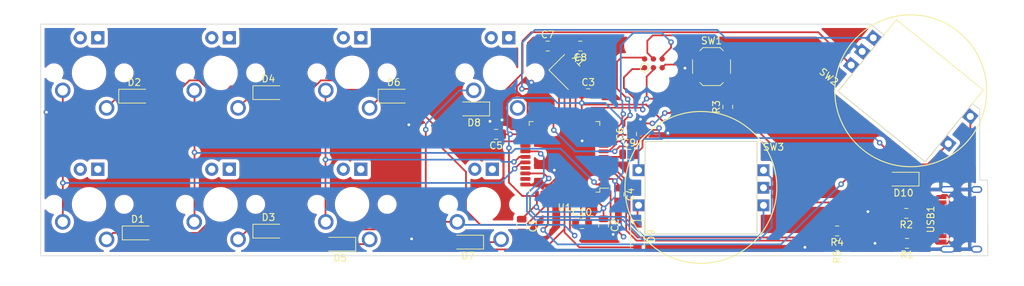
<source format=kicad_pcb>
(kicad_pcb (version 20171130) (host pcbnew "(5.1.6)-1")
  (layers (0 F.Cu signal) (31 B.Cu signal) (34 B.Paste user) (35 F.Paste user) (36 B.SilkS user) (37 F.SilkS user) (38 B.Mask user) (39 F.Mask user) (44 Edge.Cuts user))
  (net 0 "")
  (net 1 GND)
  (net 2 VBUS)
  (net 3 "Net-(C7-Pad1)")
  (net 4 "Net-(C8-Pad1)")
  (net 5 "Net-(C9-Pad1)")
  (net 6 "Net-(C10-Pad1)")
  (net 7 /A3)
  (net 8 "Net-(D1-Pad1)")
  (net 9 /A0)
  (net 10 "Net-(D2-Pad1)")
  (net 11 "Net-(D3-Pad1)")
  (net 12 "Net-(D4-Pad1)")
  (net 13 "Net-(D5-Pad1)")
  (net 14 "Net-(D6-Pad1)")
  (net 15 "Net-(D7-Pad1)")
  (net 16 "Net-(D8-Pad1)")
  (net 17 "Net-(D9-Pad1)")
  (net 18 "Net-(D10-Pad1)")
  (net 19 /MOSI)
  (net 20 /SCK)
  (net 21 /MISO)
  (net 22 /RESET)
  (net 23 /D-)
  (net 24 /D+)
  (net 25 /CS)
  (net 26 "Net-(MX1-Pad4)")
  (net 27 "Net-(MX1-Pad3)")
  (net 28 /D9)
  (net 29 "Net-(MX2-Pad4)")
  (net 30 "Net-(MX2-Pad3)")
  (net 31 /D7)
  (net 32 "Net-(MX3-Pad4)")
  (net 33 "Net-(MX3-Pad3)")
  (net 34 /D8)
  (net 35 "Net-(MX4-Pad4)")
  (net 36 "Net-(MX4-Pad3)")
  (net 37 /A4)
  (net 38 "Net-(MX5-Pad4)")
  (net 39 "Net-(MX5-Pad3)")
  (net 40 "Net-(MX6-Pad4)")
  (net 41 "Net-(MX6-Pad3)")
  (net 42 "Net-(MX7-Pad4)")
  (net 43 "Net-(MX7-Pad3)")
  (net 44 "Net-(MX8-Pad4)")
  (net 45 "Net-(MX8-Pad3)")
  (net 46 "Net-(R4-Pad2)")
  (net 47 "Net-(R5-Pad2)")
  (net 48 /D2)
  (net 49 /D3)
  (net 50 /D4)
  (net 51 /D5)
  (net 52 /D6)
  (net 53 "Net-(U1-Pad41)")
  (net 54 "Net-(U1-Pad38)")
  (net 55 "Net-(U1-Pad37)")
  (net 56 /D13)
  (net 57 /D12)
  (net 58 "Net-(U1-Pad22)")
  (net 59 /D1)
  (net 60 /D0)
  (net 61 /D11)
  (net 62 "Net-(U1-Pad8)")
  (net 63 "Net-(R1-Pad1)")
  (net 64 "Net-(R2-Pad1)")
  (net 65 "Net-(USB1-Pad3)")
  (net 66 "Net-(USB1-Pad9)")
  (module Type-C:HRO-TYPE-C-31-M-12-Assembly (layer F.Cu) (at 231.175 121.225 90)
    (fp_text reference USB1 (at 0 -9.25 90) (layer F.SilkS))
    (fp_text value HRO-TYPE-C-31-M-12)
    (pad 12 smd rect (at 3.225 -7.695 90) (size 0.6 1.45) (layers F.Cu F.Paste F.Mask) (net 1 GND))
    (pad 1 smd rect (at -3.225 -7.695 90) (size 0.6 1.45) (layers F.Cu F.Paste F.Mask) (net 1 GND))
    (pad 11 smd rect (at 2.45 -7.695 90) (size 0.6 1.45) (layers F.Cu F.Paste F.Mask) (net 2 VBUS))
    (pad 2 smd rect (at -2.45 -7.695 90) (size 0.6 1.45) (layers F.Cu F.Paste F.Mask) (net 2 VBUS))
    (pad 3 smd rect (at -1.75 -7.695 90) (size 0.3 1.45) (layers F.Cu F.Paste F.Mask) (net 65 "Net-(USB1-Pad3)"))
    (pad 10 smd rect (at 1.75 -7.695 90) (size 0.3 1.45) (layers F.Cu F.Paste F.Mask) (net 64 "Net-(R2-Pad1)"))
    (pad 4 smd rect (at -1.25 -7.695 90) (size 0.3 1.45) (layers F.Cu F.Paste F.Mask) (net 63 "Net-(R1-Pad1)"))
    (pad 9 smd rect (at 1.25 -7.695 90) (size 0.3 1.45) (layers F.Cu F.Paste F.Mask) (net 66 "Net-(USB1-Pad9)"))
    (pad 5 smd rect (at -0.75 -7.695 90) (size 0.3 1.45) (layers F.Cu F.Paste F.Mask) (net 23 /D-))
    (pad 8 smd rect (at 0.75 -7.695 90) (size 0.3 1.45) (layers F.Cu F.Paste F.Mask) (net 24 /D+))
    (pad 7 smd rect (at 0.25 -7.695 90) (size 0.3 1.45) (layers F.Cu F.Paste F.Mask) (net 23 /D-))
    (pad 6 smd rect (at -0.25 -7.695 90) (size 0.3 1.45) (layers F.Cu F.Paste F.Mask) (net 24 /D+))
    (pad "" np_thru_hole circle (at 2.89 -6.25 90) (size 0.65 0.65) (drill 0.65) (layers *.Cu *.Mask))
    (pad "" np_thru_hole circle (at -2.89 -6.25 90) (size 0.65 0.65) (drill 0.65) (layers *.Cu *.Mask))
    (pad 13 thru_hole oval (at -4.32 -6.78 90) (size 1 2.1) (drill oval 0.6 1.7) (layers *.Cu *.Mask) (net 1 GND))
    (pad 13 thru_hole oval (at 4.32 -6.78 90) (size 1 2.1) (drill oval 0.6 1.7) (layers *.Cu *.Mask) (net 1 GND))
    (pad 13 thru_hole oval (at -4.32 -2.6 90) (size 1 1.6) (drill oval 0.6 1.2) (layers *.Cu *.Mask) (net 1 GND))
    (pad 13 thru_hole oval (at 4.32 -2.6 90) (size 1 1.6) (drill oval 0.6 1.2) (layers *.Cu *.Mask) (net 1 GND))
  )
  (module Resistor_SMD:R_0805_2012Metric (layer F.Cu) (at 218.3875 120.35 180)
    (fp_text reference R2 (at 0 -1.65) (layer F.SilkS))
    (fp_text value 5.1k)
    (pad 2 smd roundrect (at 0.9375 0 180) (size 0.975 1.4) (layers F.Cu F.Paste F.Mask) (net 1 GND))
    (pad 1 smd roundrect (at -0.9375 0 180) (size 0.975 1.4) (layers F.Cu F.Paste F.Mask) (net 64 "Net-(R2-Pad1)"))
  )
  (module Resistor_SMD:R_0805_2012Metric (layer F.Cu) (at 218.4875 124.7 180)
    (fp_text reference R1 (at 0 -1.65) (layer F.SilkS))
    (fp_text value 5.1k)
    (pad 2 smd roundrect (at 0.9375 0 180) (size 0.975 1.4) (layers F.Cu F.Paste F.Mask) (net 1 GND))
    (pad 1 smd roundrect (at -0.9375 0 180) (size 0.975 1.4) (layers F.Cu F.Paste F.Mask) (net 63 "Net-(R1-Pad1)"))
  )
  (module Crystal:Crystal_SMD_SeikoEpson_FA238-4Pin_3.2x2.5mm (layer F.Cu) (at 169.156497 99.887868 315)
    (fp_text reference X1 (at 0 -2.45 135) (layer F.SilkS))
    (fp_text value 16MHz)
    (pad 4 smd rect (at -1.1 -0.8 315) (size 1.4 1.2) (layers F.Cu F.Paste F.Mask) (net 1 GND))
    (pad 3 smd rect (at 1.1 -0.8 315) (size 1.4 1.2) (layers F.Cu F.Paste F.Mask) (net 4 "Net-(C8-Pad1)"))
    (pad 2 smd rect (at 1.1 0.8 315) (size 1.4 1.2) (layers F.Cu F.Paste F.Mask) (net 1 GND))
    (pad 1 smd rect (at -1.1 0.8 315) (size 1.4 1.2) (layers F.Cu F.Paste F.Mask) (net 3 "Net-(C7-Pad1)"))
  )
  (module Package_QFP:LQFP-44_10x10mm_P0.8mm (layer F.Cu) (at 168.875 112.175 180)
    (fp_text reference U1 (at 0 -7.35) (layer F.SilkS))
    (fp_text value ATMEGA32U4-EP)
    (pad 44 smd roundrect (at -4 -5.6625 180) (size 0.55 1.475) (layers F.Cu F.Paste F.Mask) (net 2 VBUS))
    (pad 43 smd roundrect (at -3.2 -5.6625 180) (size 0.55 1.475) (layers F.Cu F.Paste F.Mask) (net 1 GND))
    (pad 42 smd roundrect (at -2.4 -5.6625 180) (size 0.55 1.475) (layers F.Cu F.Paste F.Mask) (net 6 "Net-(C10-Pad1)"))
    (pad 41 smd roundrect (at -1.6 -5.6625 180) (size 0.55 1.475) (layers F.Cu F.Paste F.Mask) (net 53 "Net-(U1-Pad41)"))
    (pad 40 smd roundrect (at -0.8 -5.6625 180) (size 0.55 1.475) (layers F.Cu F.Paste F.Mask) (net 37 /A4))
    (pad 39 smd roundrect (at 0 -5.6625 180) (size 0.55 1.475) (layers F.Cu F.Paste F.Mask) (net 7 /A3))
    (pad 38 smd roundrect (at 0.8 -5.6625 180) (size 0.55 1.475) (layers F.Cu F.Paste F.Mask) (net 54 "Net-(U1-Pad38)"))
    (pad 37 smd roundrect (at 1.6 -5.6625 180) (size 0.55 1.475) (layers F.Cu F.Paste F.Mask) (net 55 "Net-(U1-Pad37)"))
    (pad 36 smd roundrect (at 2.4 -5.6625 180) (size 0.55 1.475) (layers F.Cu F.Paste F.Mask) (net 9 /A0))
    (pad 35 smd roundrect (at 3.2 -5.6625 180) (size 0.55 1.475) (layers F.Cu F.Paste F.Mask) (net 1 GND))
    (pad 34 smd roundrect (at 4 -5.6625 180) (size 0.55 1.475) (layers F.Cu F.Paste F.Mask) (net 2 VBUS))
    (pad 33 smd roundrect (at 5.6625 -4 180) (size 1.475 0.55) (layers F.Cu F.Paste F.Mask) (net 1 GND))
    (pad 32 smd roundrect (at 5.6625 -3.2 180) (size 1.475 0.55) (layers F.Cu F.Paste F.Mask) (net 56 /D13))
    (pad 31 smd roundrect (at 5.6625 -2.4 180) (size 1.475 0.55) (layers F.Cu F.Paste F.Mask) (net 51 /D5))
    (pad 30 smd roundrect (at 5.6625 -1.6 180) (size 1.475 0.55) (layers F.Cu F.Paste F.Mask) (net 25 /CS))
    (pad 29 smd roundrect (at 5.6625 -0.8 180) (size 1.475 0.55) (layers F.Cu F.Paste F.Mask) (net 28 /D9))
    (pad 28 smd roundrect (at 5.6625 0 180) (size 1.475 0.55) (layers F.Cu F.Paste F.Mask) (net 34 /D8))
    (pad 27 smd roundrect (at 5.6625 0.8 180) (size 1.475 0.55) (layers F.Cu F.Paste F.Mask) (net 52 /D6))
    (pad 26 smd roundrect (at 5.6625 1.6 180) (size 1.475 0.55) (layers F.Cu F.Paste F.Mask) (net 57 /D12))
    (pad 25 smd roundrect (at 5.6625 2.4 180) (size 1.475 0.55) (layers F.Cu F.Paste F.Mask) (net 50 /D4))
    (pad 24 smd roundrect (at 5.6625 3.2 180) (size 1.475 0.55) (layers F.Cu F.Paste F.Mask) (net 2 VBUS))
    (pad 23 smd roundrect (at 5.6625 4 180) (size 1.475 0.55) (layers F.Cu F.Paste F.Mask) (net 1 GND))
    (pad 22 smd roundrect (at 4 5.6625 180) (size 0.55 1.475) (layers F.Cu F.Paste F.Mask) (net 58 "Net-(U1-Pad22)"))
    (pad 21 smd roundrect (at 3.2 5.6625 180) (size 0.55 1.475) (layers F.Cu F.Paste F.Mask) (net 59 /D1))
    (pad 20 smd roundrect (at 2.4 5.6625 180) (size 0.55 1.475) (layers F.Cu F.Paste F.Mask) (net 60 /D0))
    (pad 19 smd roundrect (at 1.6 5.6625 180) (size 0.55 1.475) (layers F.Cu F.Paste F.Mask) (net 48 /D2))
    (pad 18 smd roundrect (at 0.8 5.6625 180) (size 0.55 1.475) (layers F.Cu F.Paste F.Mask) (net 49 /D3))
    (pad 17 smd roundrect (at 0 5.6625 180) (size 0.55 1.475) (layers F.Cu F.Paste F.Mask) (net 3 "Net-(C7-Pad1)"))
    (pad 16 smd roundrect (at -0.8 5.6625 180) (size 0.55 1.475) (layers F.Cu F.Paste F.Mask) (net 4 "Net-(C8-Pad1)"))
    (pad 15 smd roundrect (at -1.6 5.6625 180) (size 0.55 1.475) (layers F.Cu F.Paste F.Mask) (net 1 GND))
    (pad 14 smd roundrect (at -2.4 5.6625 180) (size 0.55 1.475) (layers F.Cu F.Paste F.Mask) (net 2 VBUS))
    (pad 13 smd roundrect (at -3.2 5.6625 180) (size 0.55 1.475) (layers F.Cu F.Paste F.Mask) (net 22 /RESET))
    (pad 12 smd roundrect (at -4 5.6625 180) (size 0.55 1.475) (layers F.Cu F.Paste F.Mask) (net 61 /D11))
    (pad 11 smd roundrect (at -5.6625 4 180) (size 1.475 0.55) (layers F.Cu F.Paste F.Mask) (net 21 /MISO))
    (pad 10 smd roundrect (at -5.6625 3.2 180) (size 1.475 0.55) (layers F.Cu F.Paste F.Mask) (net 19 /MOSI))
    (pad 9 smd roundrect (at -5.6625 2.4 180) (size 1.475 0.55) (layers F.Cu F.Paste F.Mask) (net 20 /SCK))
    (pad 8 smd roundrect (at -5.6625 1.6 180) (size 1.475 0.55) (layers F.Cu F.Paste F.Mask) (net 62 "Net-(U1-Pad8)"))
    (pad 7 smd roundrect (at -5.6625 0.8 180) (size 1.475 0.55) (layers F.Cu F.Paste F.Mask) (net 2 VBUS))
    (pad 6 smd roundrect (at -5.6625 0 180) (size 1.475 0.55) (layers F.Cu F.Paste F.Mask) (net 5 "Net-(C9-Pad1)"))
    (pad 5 smd roundrect (at -5.6625 -0.8 180) (size 1.475 0.55) (layers F.Cu F.Paste F.Mask) (net 1 GND))
    (pad 4 smd roundrect (at -5.6625 -1.6 180) (size 1.475 0.55) (layers F.Cu F.Paste F.Mask) (net 46 "Net-(R4-Pad2)"))
    (pad 3 smd roundrect (at -5.6625 -2.4 180) (size 1.475 0.55) (layers F.Cu F.Paste F.Mask) (net 47 "Net-(R5-Pad2)"))
    (pad 2 smd roundrect (at -5.6625 -3.2 180) (size 1.475 0.55) (layers F.Cu F.Paste F.Mask) (net 2 VBUS))
    (pad 1 smd roundrect (at -5.6625 -4 180) (size 1.475 0.55) (layers F.Cu F.Paste F.Mask) (net 31 /D7))
  )
  (module "Pikatea Macropad Encoder Side Mount:Encoder-BI_EN11_HSM0E" (layer F.Cu) (at 188.65 116.65 180)
    (fp_text reference SW3 (at -10.5 5.9) (layer F.SilkS))
    (fp_text value Rotary_Encoder_Switch)
    (pad S1 thru_hole rect (at 9.05 -2.54 180) (size 1.7 1.7) (drill 1) (layers *.Cu *.Mask) (net 17 "Net-(D9-Pad1)"))
    (pad S2 thru_hole rect (at 9.05 2.54 180) (size 1.7 1.7) (drill 1) (layers *.Cu *.Mask) (net 48 /D2))
    (pad C thru_hole rect (at -9.05 0 180) (size 1.7 1.7) (drill 1) (layers *.Cu *.Mask) (net 1 GND))
    (pad B thru_hole rect (at -9.05 -2.54 180) (size 1.7 1.7) (drill 1) (layers *.Cu *.Mask) (net 51 /D5))
    (pad A thru_hole rect (at -9.05 2.54 180) (size 1.7 1.7) (drill 1) (layers *.Cu *.Mask) (net 52 /D6))
  )
  (module "Pikatea Macropad Encoder Side Mount:Encoder-BI_EN11_HSM0E" (layer F.Cu) (at 219.03125 102.6 321)
    (fp_text reference SW2 (at -10.5 5.9 141) (layer F.SilkS))
    (fp_text value Rotary_Encoder_Switch)
    (pad S1 thru_hole rect (at 9.05 -2.54 321) (size 1.7 1.7) (drill 1) (layers *.Cu *.Mask) (net 18 "Net-(D10-Pad1)"))
    (pad S2 thru_hole rect (at 9.05 2.54 321) (size 1.7 1.7) (drill 1) (layers *.Cu *.Mask) (net 48 /D2))
    (pad C thru_hole rect (at -9.05 0 321) (size 1.7 1.7) (drill 1) (layers *.Cu *.Mask) (net 1 GND))
    (pad B thru_hole rect (at -9.05 -2.54 321) (size 1.7 1.7) (drill 1) (layers *.Cu *.Mask) (net 49 /D3))
    (pad A thru_hole rect (at -9.05 2.54 321) (size 1.7 1.7) (drill 1) (layers *.Cu *.Mask) (net 50 /D4))
  )
  (module Button_Switch_SMD:SW_SPST_TL3342 (layer F.Cu) (at 190.175 99.1)
    (fp_text reference SW1 (at 0 -3.75) (layer F.SilkS))
    (fp_text value SW_DPST)
    (pad 2 smd rect (at 3.15 1.9) (size 1.7 1) (layers F.Cu F.Paste F.Mask) (net 22 /RESET))
    (pad 2 smd rect (at -3.15 1.9) (size 1.7 1) (layers F.Cu F.Paste F.Mask) (net 22 /RESET))
    (pad 1 smd rect (at 3.15 -1.9) (size 1.7 1) (layers F.Cu F.Paste F.Mask) (net 1 GND))
    (pad 1 smd rect (at -3.15 -1.9) (size 1.7 1) (layers F.Cu F.Paste F.Mask) (net 1 GND))
  )
  (module Resistor_SMD:R_0805_2012Metric (layer F.Cu) (at 208.3625 125.025 180)
    (fp_text reference R5 (at 0 -1.65 90) (layer F.SilkS))
    (fp_text value 22)
    (pad 2 smd roundrect (at 0.9375 0 180) (size 0.975 1.4) (layers F.Cu F.Paste F.Mask) (net 47 "Net-(R5-Pad2)"))
    (pad 1 smd roundrect (at -0.9375 0 180) (size 0.975 1.4) (layers F.Cu F.Paste F.Mask) (net 23 /D-))
  )
  (module Resistor_SMD:R_0805_2012Metric (layer F.Cu) (at 208.3625 122.9 180)
    (fp_text reference R4 (at 0 -1.65) (layer F.SilkS))
    (fp_text value 22)
    (pad 2 smd roundrect (at 0.9375 0 180) (size 0.975 1.4) (layers F.Cu F.Paste F.Mask) (net 46 "Net-(R4-Pad2)"))
    (pad 1 smd roundrect (at -0.9375 0 180) (size 0.975 1.4) (layers F.Cu F.Paste F.Mask) (net 24 /D+))
  )
  (module Resistor_SMD:R_0805_2012Metric (layer F.Cu) (at 192.525 104.9375 90)
    (fp_text reference R3 (at 0 -1.65 90) (layer F.SilkS))
    (fp_text value 10K)
    (pad 2 smd roundrect (at 0.9375 0 90) (size 0.975 1.4) (layers F.Cu F.Paste F.Mask) (net 22 /RESET))
    (pad 1 smd roundrect (at -0.9375 0 90) (size 0.975 1.4) (layers F.Cu F.Paste F.Mask) (net 2 VBUS))
  )
  (module MX_Only:MXOnly-1U (layer B.Cu) (at 157.15 119.05)
    (fp_text reference MX8)
    (fp_text value MX-LED)
    (pad "" np_thru_hole circle (at 5.08 0 311.9004) (size 1.75 1.75) (drill 1.75) (layers *.Cu *.Mask))
    (pad "" np_thru_hole circle (at -5.08 0 311.9004) (size 1.75 1.75) (drill 1.75) (layers *.Cu *.Mask))
    (pad 4 thru_hole rect (at 1.27 -5.08) (size 1.905 1.905) (drill 1.04) (layers *.Cu F.Mask) (net 44 "Net-(MX8-Pad4)"))
    (pad 3 thru_hole circle (at -1.27 -5.08) (size 1.905 1.905) (drill 1.04) (layers *.Cu F.Mask) (net 45 "Net-(MX8-Pad3)"))
    (pad 1 thru_hole circle (at -3.81 2.54) (size 2.25 2.25) (drill 1.47) (layers *.Cu F.Mask) (net 37 /A4))
    (pad "" np_thru_hole circle (at 0 0) (size 3.9878 3.9878) (drill 3.9878) (layers *.Cu *.Mask))
    (pad 2 thru_hole circle (at 2.54 5.08) (size 2.25 2.25) (drill 1.47) (layers *.Cu F.Mask) (net 15 "Net-(D7-Pad1)"))
  )
  (module MX_Only:MXOnly-1U (layer B.Cu) (at 138.1 119.05)
    (fp_text reference MX7)
    (fp_text value MX-LED)
    (pad "" np_thru_hole circle (at 5.08 0 311.9004) (size 1.75 1.75) (drill 1.75) (layers *.Cu *.Mask))
    (pad "" np_thru_hole circle (at -5.08 0 311.9004) (size 1.75 1.75) (drill 1.75) (layers *.Cu *.Mask))
    (pad 4 thru_hole rect (at 1.27 -5.08) (size 1.905 1.905) (drill 1.04) (layers *.Cu F.Mask) (net 42 "Net-(MX7-Pad4)"))
    (pad 3 thru_hole circle (at -1.27 -5.08) (size 1.905 1.905) (drill 1.04) (layers *.Cu F.Mask) (net 43 "Net-(MX7-Pad3)"))
    (pad 1 thru_hole circle (at -3.81 2.54) (size 2.25 2.25) (drill 1.47) (layers *.Cu F.Mask) (net 34 /D8))
    (pad "" np_thru_hole circle (at 0 0) (size 3.9878 3.9878) (drill 3.9878) (layers *.Cu *.Mask))
    (pad 2 thru_hole circle (at 2.54 5.08) (size 2.25 2.25) (drill 1.47) (layers *.Cu F.Mask) (net 13 "Net-(D5-Pad1)"))
  )
  (module MX_Only:MXOnly-1U (layer B.Cu) (at 119.05 119.05)
    (fp_text reference MX6)
    (fp_text value MX-LED)
    (pad "" np_thru_hole circle (at 5.08 0 311.9004) (size 1.75 1.75) (drill 1.75) (layers *.Cu *.Mask))
    (pad "" np_thru_hole circle (at -5.08 0 311.9004) (size 1.75 1.75) (drill 1.75) (layers *.Cu *.Mask))
    (pad 4 thru_hole rect (at 1.27 -5.08) (size 1.905 1.905) (drill 1.04) (layers *.Cu F.Mask) (net 40 "Net-(MX6-Pad4)"))
    (pad 3 thru_hole circle (at -1.27 -5.08) (size 1.905 1.905) (drill 1.04) (layers *.Cu F.Mask) (net 41 "Net-(MX6-Pad3)"))
    (pad 1 thru_hole circle (at -3.81 2.54) (size 2.25 2.25) (drill 1.47) (layers *.Cu F.Mask) (net 31 /D7))
    (pad "" np_thru_hole circle (at 0 0) (size 3.9878 3.9878) (drill 3.9878) (layers *.Cu *.Mask))
    (pad 2 thru_hole circle (at 2.54 5.08) (size 2.25 2.25) (drill 1.47) (layers *.Cu F.Mask) (net 11 "Net-(D3-Pad1)"))
  )
  (module MX_Only:MXOnly-1U (layer B.Cu) (at 100 119.05)
    (fp_text reference MX5)
    (fp_text value MX-LED)
    (pad "" np_thru_hole circle (at 5.08 0 311.9004) (size 1.75 1.75) (drill 1.75) (layers *.Cu *.Mask))
    (pad "" np_thru_hole circle (at -5.08 0 311.9004) (size 1.75 1.75) (drill 1.75) (layers *.Cu *.Mask))
    (pad 4 thru_hole rect (at 1.27 -5.08) (size 1.905 1.905) (drill 1.04) (layers *.Cu F.Mask) (net 38 "Net-(MX5-Pad4)"))
    (pad 3 thru_hole circle (at -1.27 -5.08) (size 1.905 1.905) (drill 1.04) (layers *.Cu F.Mask) (net 39 "Net-(MX5-Pad3)"))
    (pad 1 thru_hole circle (at -3.81 2.54) (size 2.25 2.25) (drill 1.47) (layers *.Cu F.Mask) (net 28 /D9))
    (pad "" np_thru_hole circle (at 0 0) (size 3.9878 3.9878) (drill 3.9878) (layers *.Cu *.Mask))
    (pad 2 thru_hole circle (at 2.54 5.08) (size 2.25 2.25) (drill 1.47) (layers *.Cu F.Mask) (net 8 "Net-(D1-Pad1)"))
  )
  (module MX_Only:MXOnly-1U (layer B.Cu) (at 159.53125 100)
    (fp_text reference MX4)
    (fp_text value MX-LED)
    (pad "" np_thru_hole circle (at 5.08 0 311.9004) (size 1.75 1.75) (drill 1.75) (layers *.Cu *.Mask))
    (pad "" np_thru_hole circle (at -5.08 0 311.9004) (size 1.75 1.75) (drill 1.75) (layers *.Cu *.Mask))
    (pad 4 thru_hole rect (at 1.27 -5.08) (size 1.905 1.905) (drill 1.04) (layers *.Cu F.Mask) (net 35 "Net-(MX4-Pad4)"))
    (pad 3 thru_hole circle (at -1.27 -5.08) (size 1.905 1.905) (drill 1.04) (layers *.Cu F.Mask) (net 36 "Net-(MX4-Pad3)"))
    (pad 1 thru_hole circle (at -3.81 2.54) (size 2.25 2.25) (drill 1.47) (layers *.Cu F.Mask) (net 37 /A4))
    (pad "" np_thru_hole circle (at 0 0) (size 3.9878 3.9878) (drill 3.9878) (layers *.Cu *.Mask))
    (pad 2 thru_hole circle (at 2.54 5.08) (size 2.25 2.25) (drill 1.47) (layers *.Cu F.Mask) (net 16 "Net-(D8-Pad1)"))
  )
  (module MX_Only:MXOnly-1U (layer B.Cu) (at 138.1 100)
    (fp_text reference MX3)
    (fp_text value MX-LED)
    (pad "" np_thru_hole circle (at 5.08 0 311.9004) (size 1.75 1.75) (drill 1.75) (layers *.Cu *.Mask))
    (pad "" np_thru_hole circle (at -5.08 0 311.9004) (size 1.75 1.75) (drill 1.75) (layers *.Cu *.Mask))
    (pad 4 thru_hole rect (at 1.27 -5.08) (size 1.905 1.905) (drill 1.04) (layers *.Cu F.Mask) (net 32 "Net-(MX3-Pad4)"))
    (pad 3 thru_hole circle (at -1.27 -5.08) (size 1.905 1.905) (drill 1.04) (layers *.Cu F.Mask) (net 33 "Net-(MX3-Pad3)"))
    (pad 1 thru_hole circle (at -3.81 2.54) (size 2.25 2.25) (drill 1.47) (layers *.Cu F.Mask) (net 34 /D8))
    (pad "" np_thru_hole circle (at 0 0) (size 3.9878 3.9878) (drill 3.9878) (layers *.Cu *.Mask))
    (pad 2 thru_hole circle (at 2.54 5.08) (size 2.25 2.25) (drill 1.47) (layers *.Cu F.Mask) (net 14 "Net-(D6-Pad1)"))
  )
  (module MX_Only:MXOnly-1U (layer B.Cu) (at 119.05 100)
    (fp_text reference MX2)
    (fp_text value MX-LED)
    (pad "" np_thru_hole circle (at 5.08 0 311.9004) (size 1.75 1.75) (drill 1.75) (layers *.Cu *.Mask))
    (pad "" np_thru_hole circle (at -5.08 0 311.9004) (size 1.75 1.75) (drill 1.75) (layers *.Cu *.Mask))
    (pad 4 thru_hole rect (at 1.27 -5.08) (size 1.905 1.905) (drill 1.04) (layers *.Cu F.Mask) (net 29 "Net-(MX2-Pad4)"))
    (pad 3 thru_hole circle (at -1.27 -5.08) (size 1.905 1.905) (drill 1.04) (layers *.Cu F.Mask) (net 30 "Net-(MX2-Pad3)"))
    (pad 1 thru_hole circle (at -3.81 2.54) (size 2.25 2.25) (drill 1.47) (layers *.Cu F.Mask) (net 31 /D7))
    (pad "" np_thru_hole circle (at 0 0) (size 3.9878 3.9878) (drill 3.9878) (layers *.Cu *.Mask))
    (pad 2 thru_hole circle (at 2.54 5.08) (size 2.25 2.25) (drill 1.47) (layers *.Cu F.Mask) (net 12 "Net-(D4-Pad1)"))
  )
  (module MX_Only:MXOnly-1U (layer B.Cu) (at 100 100)
    (fp_text reference MX1)
    (fp_text value MX-LED)
    (pad "" np_thru_hole circle (at 5.08 0 311.9004) (size 1.75 1.75) (drill 1.75) (layers *.Cu *.Mask))
    (pad "" np_thru_hole circle (at -5.08 0 311.9004) (size 1.75 1.75) (drill 1.75) (layers *.Cu *.Mask))
    (pad 4 thru_hole rect (at 1.27 -5.08) (size 1.905 1.905) (drill 1.04) (layers *.Cu F.Mask) (net 26 "Net-(MX1-Pad4)"))
    (pad 3 thru_hole circle (at -1.27 -5.08) (size 1.905 1.905) (drill 1.04) (layers *.Cu F.Mask) (net 27 "Net-(MX1-Pad3)"))
    (pad 1 thru_hole circle (at -3.81 2.54) (size 2.25 2.25) (drill 1.47) (layers *.Cu F.Mask) (net 28 /D9))
    (pad "" np_thru_hole circle (at 0 0) (size 3.9878 3.9878) (drill 3.9878) (layers *.Cu *.Mask))
    (pad 2 thru_hole circle (at 2.54 5.08) (size 2.25 2.25) (drill 1.47) (layers *.Cu F.Mask) (net 10 "Net-(D2-Pad1)"))
  )
  (module TC2030-CTX:TC2030-IDC (layer F.Cu) (at 181.75 98.625)
    (fp_text reference J1 (at 0 -5.589925) (layer F.SilkS) (effects (font (size 0.800276 0.800276) (thickness 0.015))))
    (fp_text value TC2030-CTX)
    (pad None np_thru_hole circle (at 2.54 1.016) (size 1.016 1.016) (drill 1.016) (layers *.Cu *.Mask))
    (pad None np_thru_hole circle (at 2.54 -1.016) (size 1.016 1.016) (drill 1.016) (layers *.Cu *.Mask))
    (pad None np_thru_hole circle (at -2.54 0) (size 1.016 1.016) (drill 1.016) (layers *.Cu *.Mask))
    (pad None np_thru_hole circle (at -2.54 2.54) (size 2.3749 2.3749) (drill 2.3749) (layers *.Cu *.Mask))
    (pad None np_thru_hole circle (at 0.635 2.54) (size 2.3749 2.3749) (drill 2.3749) (layers *.Cu *.Mask))
    (pad None np_thru_hole circle (at 0.635 -2.54) (size 2.3749 2.3749) (drill 2.3749) (layers *.Cu *.Mask))
    (pad 2 smd circle (at -1.27 -0.635) (size 0.7874 0.7874) (layers F.Cu F.Mask) (net 19 /MOSI))
    (pad 4 smd circle (at 0 -0.635) (size 0.7874 0.7874) (layers F.Cu F.Mask) (net 20 /SCK))
    (pad 6 smd circle (at 1.27 -0.635) (size 0.7874 0.7874) (layers F.Cu F.Mask) (net 21 /MISO))
    (pad 5 smd circle (at 1.27 0.635) (size 0.7874 0.7874) (layers F.Cu F.Mask) (net 1 GND))
    (pad 3 smd circle (at 0 0.635) (size 0.7874 0.7874) (layers F.Cu F.Mask) (net 22 /RESET))
    (pad None np_thru_hole circle (at -2.54 -2.54) (size 2.3749 2.3749) (drill 2.3749) (layers *.Cu *.Mask))
    (pad 1 smd circle (at -1.27 0.635) (size 0.7874 0.7874) (layers F.Cu F.Mask) (net 2 VBUS))
  )
  (module Diode_SMD:D_SOD-123 (layer F.Cu) (at 217.975 115.4 180)
    (fp_text reference D10 (at 0 -2) (layer F.SilkS))
    (fp_text value 1N4148W)
    (pad 2 smd rect (at 1.65 0 180) (size 0.9 1.2) (layers F.Cu F.Paste F.Mask) (net 9 /A0))
    (pad 1 smd rect (at -1.65 0 180) (size 0.9 1.2) (layers F.Cu F.Paste F.Mask) (net 18 "Net-(D10-Pad1)"))
  )
  (module Diode_SMD:D_SOD-123 (layer F.Cu) (at 179.45 123.625 270)
    (fp_text reference D9 (at 0 -2 90) (layer F.SilkS))
    (fp_text value 1N4148W)
    (pad 2 smd rect (at 1.65 0 270) (size 0.9 1.2) (layers F.Cu F.Paste F.Mask) (net 7 /A3))
    (pad 1 smd rect (at -1.65 0 270) (size 0.9 1.2) (layers F.Cu F.Paste F.Mask) (net 17 "Net-(D9-Pad1)"))
  )
  (module Diode_SMD:D_SOD-123 (layer F.Cu) (at 155.775 105.225 180)
    (fp_text reference D8 (at 0 -2) (layer F.SilkS))
    (fp_text value 1N4148W)
    (pad 2 smd rect (at 1.65 0 180) (size 0.9 1.2) (layers F.Cu F.Paste F.Mask) (net 9 /A0))
    (pad 1 smd rect (at -1.65 0 180) (size 0.9 1.2) (layers F.Cu F.Paste F.Mask) (net 16 "Net-(D8-Pad1)"))
  )
  (module Diode_SMD:D_SOD-123 (layer F.Cu) (at 154.9 124.525 180)
    (fp_text reference D7 (at 0 -2) (layer F.SilkS))
    (fp_text value 1N4148W)
    (pad 2 smd rect (at 1.65 0 180) (size 0.9 1.2) (layers F.Cu F.Paste F.Mask) (net 7 /A3))
    (pad 1 smd rect (at -1.65 0 180) (size 0.9 1.2) (layers F.Cu F.Paste F.Mask) (net 15 "Net-(D7-Pad1)"))
  )
  (module Diode_SMD:D_SOD-123 (layer F.Cu) (at 144.144 103.378)
    (fp_text reference D6 (at 0 -2) (layer F.SilkS))
    (fp_text value 1N4148W)
    (pad 2 smd rect (at 1.65 0) (size 0.9 1.2) (layers F.Cu F.Paste F.Mask) (net 9 /A0))
    (pad 1 smd rect (at -1.65 0) (size 0.9 1.2) (layers F.Cu F.Paste F.Mask) (net 14 "Net-(D6-Pad1)"))
  )
  (module Diode_SMD:D_SOD-123 (layer F.Cu) (at 136.375 124.825 180)
    (fp_text reference D5 (at 0 -2) (layer F.SilkS))
    (fp_text value 1N4148W)
    (pad 2 smd rect (at 1.65 0 180) (size 0.9 1.2) (layers F.Cu F.Paste F.Mask) (net 7 /A3))
    (pad 1 smd rect (at -1.65 0 180) (size 0.9 1.2) (layers F.Cu F.Paste F.Mask) (net 13 "Net-(D5-Pad1)"))
  )
  (module Diode_SMD:D_SOD-123 (layer F.Cu) (at 125.984 102.87)
    (fp_text reference D4 (at 0 -2) (layer F.SilkS))
    (fp_text value 1N4148W)
    (pad 2 smd rect (at 1.65 0) (size 0.9 1.2) (layers F.Cu F.Paste F.Mask) (net 9 /A0))
    (pad 1 smd rect (at -1.65 0) (size 0.9 1.2) (layers F.Cu F.Paste F.Mask) (net 12 "Net-(D4-Pad1)"))
  )
  (module Diode_SMD:D_SOD-123 (layer F.Cu) (at 125.984 122.936)
    (fp_text reference D3 (at 0 -2) (layer F.SilkS))
    (fp_text value 1N4148W)
    (pad 2 smd rect (at 1.65 0) (size 0.9 1.2) (layers F.Cu F.Paste F.Mask) (net 7 /A3))
    (pad 1 smd rect (at -1.65 0) (size 0.9 1.2) (layers F.Cu F.Paste F.Mask) (net 11 "Net-(D3-Pad1)"))
  )
  (module Diode_SMD:D_SOD-123 (layer F.Cu) (at 106.552 103.378)
    (fp_text reference D2 (at 0 -2) (layer F.SilkS))
    (fp_text value 1N4148W)
    (pad 2 smd rect (at 1.65 0) (size 0.9 1.2) (layers F.Cu F.Paste F.Mask) (net 9 /A0))
    (pad 1 smd rect (at -1.65 0) (size 0.9 1.2) (layers F.Cu F.Paste F.Mask) (net 10 "Net-(D2-Pad1)"))
  )
  (module Diode_SMD:D_SOD-123 (layer F.Cu) (at 107.06 123.19)
    (fp_text reference D1 (at 0 -2) (layer F.SilkS))
    (fp_text value 1N4148W)
    (pad 2 smd rect (at 1.65 0) (size 0.9 1.2) (layers F.Cu F.Paste F.Mask) (net 7 /A3))
    (pad 1 smd rect (at -1.65 0) (size 0.9 1.2) (layers F.Cu F.Paste F.Mask) (net 8 "Net-(D1-Pad1)"))
  )
  (module Capacitor_SMD:C_0805_2012Metric (layer F.Cu) (at 171.4125 121.85)
    (fp_text reference C10 (at 0 -1.65) (layer F.SilkS))
    (fp_text value 0u1)
    (pad 2 smd roundrect (at 0.9375 0) (size 0.975 1.4) (layers F.Cu F.Paste F.Mask) (net 1 GND))
    (pad 1 smd roundrect (at -0.9375 0) (size 0.975 1.4) (layers F.Cu F.Paste F.Mask) (net 6 "Net-(C10-Pad1)"))
  )
  (module Capacitor_SMD:C_0805_2012Metric (layer F.Cu) (at 178.2375 111.8)
    (fp_text reference C9 (at 0 -1.65) (layer F.SilkS))
    (fp_text value 1u)
    (pad 2 smd roundrect (at 0.9375 0) (size 0.975 1.4) (layers F.Cu F.Paste F.Mask) (net 1 GND))
    (pad 1 smd roundrect (at -0.9375 0) (size 0.975 1.4) (layers F.Cu F.Paste F.Mask) (net 5 "Net-(C9-Pad1)"))
  )
  (module Capacitor_SMD:C_0805_2012Metric (layer F.Cu) (at 171.1625 96.125 180)
    (fp_text reference C8 (at 0 -1.65) (layer F.SilkS))
    (fp_text value 22p)
    (pad 2 smd roundrect (at 0.9375 0 180) (size 0.975 1.4) (layers F.Cu F.Paste F.Mask) (net 1 GND))
    (pad 1 smd roundrect (at -0.9375 0 180) (size 0.975 1.4) (layers F.Cu F.Paste F.Mask) (net 4 "Net-(C8-Pad1)"))
  )
  (module Capacitor_SMD:C_0805_2012Metric (layer F.Cu) (at 166.4375 96.125)
    (fp_text reference C7 (at 0 -1.65) (layer F.SilkS))
    (fp_text value 22p)
    (pad 2 smd roundrect (at 0.9375 0) (size 0.975 1.4) (layers F.Cu F.Paste F.Mask) (net 1 GND))
    (pad 1 smd roundrect (at -0.9375 0) (size 0.975 1.4) (layers F.Cu F.Paste F.Mask) (net 3 "Net-(C7-Pad1)"))
  )
  (module Capacitor_SMD:C_0805_2012Metric (layer F.Cu) (at 178.6 108.8625 90)
    (fp_text reference C6 (at 0 -1.65 90) (layer F.SilkS))
    (fp_text value 4u7)
    (pad 2 smd roundrect (at 0.9375 0 90) (size 0.975 1.4) (layers F.Cu F.Paste F.Mask) (net 1 GND))
    (pad 1 smd roundrect (at -0.9375 0 90) (size 0.975 1.4) (layers F.Cu F.Paste F.Mask) (net 2 VBUS))
  )
  (module Capacitor_SMD:C_0805_2012Metric (layer F.Cu) (at 158.9625 108.9 180)
    (fp_text reference C5 (at 0 -1.65) (layer F.SilkS))
    (fp_text value 0u1)
    (pad 2 smd roundrect (at 0.9375 0 180) (size 0.975 1.4) (layers F.Cu F.Paste F.Mask) (net 1 GND))
    (pad 1 smd roundrect (at -0.9375 0 180) (size 0.975 1.4) (layers F.Cu F.Paste F.Mask) (net 2 VBUS))
  )
  (module Capacitor_SMD:C_0805_2012Metric (layer F.Cu) (at 176.775 117.625 270)
    (fp_text reference C4 (at 0 -1.65 90) (layer F.SilkS))
    (fp_text value 0u1)
    (pad 2 smd roundrect (at 0.9375 0 270) (size 0.975 1.4) (layers F.Cu F.Paste F.Mask) (net 1 GND))
    (pad 1 smd roundrect (at -0.9375 0 270) (size 0.975 1.4) (layers F.Cu F.Paste F.Mask) (net 2 VBUS))
  )
  (module Capacitor_SMD:C_0805_2012Metric (layer F.Cu) (at 172.3125 103.025)
    (fp_text reference C3 (at 0 -1.65) (layer F.SilkS))
    (fp_text value 0u1)
    (pad 2 smd roundrect (at 0.9375 0) (size 0.975 1.4) (layers F.Cu F.Paste F.Mask) (net 1 GND))
    (pad 1 smd roundrect (at -0.9375 0) (size 0.975 1.4) (layers F.Cu F.Paste F.Mask) (net 2 VBUS))
  )
  (module Capacitor_SMD:C_0805_2012Metric (layer F.Cu) (at 174.525 122.0875 270)
    (fp_text reference C2 (at 0 -1.65 90) (layer F.SilkS))
    (fp_text value 0u1)
    (pad 2 smd roundrect (at 0.9375 0 270) (size 0.975 1.4) (layers F.Cu F.Paste F.Mask) (net 1 GND))
    (pad 1 smd roundrect (at -0.9375 0 270) (size 0.975 1.4) (layers F.Cu F.Paste F.Mask) (net 2 VBUS))
  )
  (module Capacitor_SMD:C_0805_2012Metric (layer F.Cu) (at 162.675 122.1375 270)
    (fp_text reference C1 (at 0 -1.65 90) (layer F.SilkS))
    (fp_text value 0u1)
    (pad 2 smd roundrect (at 0.9375 0 270) (size 0.975 1.4) (layers F.Cu F.Paste F.Mask) (net 1 GND))
    (pad 1 smd roundrect (at -0.9375 0 270) (size 0.975 1.4) (layers F.Cu F.Paste F.Mask) (net 2 VBUS))
  )
  (gr_line (start 230.175 115.55) (end 230.2 126.475) (layer Edge.Cuts) (width 0.1))
  (gr_line (start 229.025 115.55) (end 230.175 115.55) (layer Edge.Cuts) (width 0.1))
  (gr_line (start 180.55 109.95) (end 196.75 109.95) (layer Edge.Cuts) (width 0.1))
  (gr_line (start 180.55 123.35) (end 180.55 109.95) (layer Edge.Cuts) (width 0.1))
  (gr_line (start 196.75 123.35) (end 180.55 123.35) (layer Edge.Cuts) (width 0.1))
  (gr_line (start 196.75 109.95) (end 196.75 123.35) (layer Edge.Cuts) (width 0.1))
  (gr_circle (center 188.63 116.6) (end 199.63 116.6) (layer F.SilkS) (width 0.15))
  (gr_line (start 215.15 94.525) (end 213.225 92.95) (layer Edge.Cuts) (width 0.1))
  (gr_line (start 227.95 104.45) (end 229.025 105.275) (layer Edge.Cuts) (width 0.1))
  (gr_line (start 208.475 102.65) (end 215.15 94.525) (layer Edge.Cuts) (width 0.1))
  (gr_line (start 221.125 112.875) (end 208.475 102.65) (layer Edge.Cuts) (width 0.1))
  (gr_line (start 227.95 104.45) (end 221.125 112.875) (layer Edge.Cuts) (width 0.1))
  (gr_circle (center 219.03 102.6) (end 230.03 102.6) (layer F.SilkS) (width 0.15))
  (gr_line (start 93 92.95) (end 93 126.5) (layer Edge.Cuts) (width 0.1))
  (gr_line (start 93 92.95) (end 213.225 92.95) (layer Edge.Cuts) (width 0.1))
  (gr_line (start 229.025 105.275) (end 229.025 115.55) (layer Edge.Cuts) (width 0.1))
  (gr_line (start 93 126.5) (end 230.2 126.5) (layer Edge.Cuts) (width 0.1))
  (segment (start 169.057243 98.657243) (end 168.944365 98.544365) (width 0.25) (layer F.Cu) (net 1))
  (segment (start 169.057243 100.919985) (end 169.057243 98.657243) (width 0.25) (layer F.Cu) (net 1))
  (segment (start 169.368629 101.231371) (end 169.057243 100.919985) (width 0.25) (layer F.Cu) (net 1))
  (segment (start 168.944365 97.405635) (end 170.225 96.125) (width 0.25) (layer F.Cu) (net 1))
  (segment (start 168.944365 98.544365) (end 168.944365 97.405635) (width 0.25) (layer F.Cu) (net 1))
  (segment (start 167.375 96.125) (end 167.975 96.125) (width 0.25) (layer F.Cu) (net 1))
  (segment (start 168.944365 97.094365) (end 168.944365 98.544365) (width 0.25) (layer F.Cu) (net 1))
  (segment (start 167.975 96.125) (end 168.944365 97.094365) (width 0.25) (layer F.Cu) (net 1))
  (segment (start 222.795001 124.765001) (end 222.48 124.45) (width 0.25) (layer F.Cu) (net 1))
  (segment (start 224.237001 124.765001) (end 222.795001 124.765001) (width 0.25) (layer F.Cu) (net 1))
  (segment (start 224.67502 124.326982) (end 224.237001 124.765001) (width 0.25) (layer F.Cu) (net 1))
  (segment (start 224.67502 118.123018) (end 224.67502 124.326982) (width 0.25) (layer F.Cu) (net 1))
  (segment (start 223.612999 117.684999) (end 224.237001 117.684999) (width 0.25) (layer F.Cu) (net 1))
  (segment (start 223.297998 118) (end 223.612999 117.684999) (width 0.25) (layer F.Cu) (net 1))
  (segment (start 224.237001 117.684999) (end 224.67502 118.123018) (width 0.25) (layer F.Cu) (net 1))
  (segment (start 222.48 118) (end 223.297998 118) (width 0.25) (layer F.Cu) (net 1))
  (segment (start 172.35 121.85) (end 172.075 121.575) (width 0.25) (layer F.Cu) (net 1))
  (segment (start 185.417001 98.807999) (end 187.025 97.2) (width 0.25) (layer F.Cu) (net 1))
  (segment (start 183.472001 98.807999) (end 185.417001 98.807999) (width 0.25) (layer F.Cu) (net 1))
  (segment (start 183.02 99.26) (end 183.472001 98.807999) (width 0.25) (layer F.Cu) (net 1))
  (segment (start 172.075 114.7) (end 172.075 117.8375) (width 0.25) (layer F.Cu) (net 1))
  (segment (start 173.8 112.975) (end 172.075 114.7) (width 0.25) (layer F.Cu) (net 1))
  (segment (start 174.5375 112.975) (end 173.8 112.975) (width 0.25) (layer F.Cu) (net 1))
  (segment (start 163.95 108.175) (end 163.2125 108.175) (width 0.25) (layer F.Cu) (net 1))
  (segment (start 172.075 116.3) (end 163.95 108.175) (width 0.25) (layer F.Cu) (net 1))
  (segment (start 172.075 117.8375) (end 172.075 116.3) (width 0.25) (layer F.Cu) (net 1))
  (segment (start 165.675 117.245912) (end 165.675 117.8375) (width 0.25) (layer F.Cu) (net 1))
  (segment (start 171.004088 112.975) (end 170.475 112.445912) (width 0.25) (layer F.Cu) (net 1))
  (segment (start 174.5375 112.975) (end 171.004088 112.975) (width 0.25) (layer F.Cu) (net 1))
  (segment (start 166.745912 116.175) (end 166.897956 116.022956) (width 0.25) (layer F.Cu) (net 1))
  (segment (start 163.2125 116.175) (end 166.745912 116.175) (width 0.25) (layer F.Cu) (net 1))
  (segment (start 166.897956 116.022956) (end 165.675 117.245912) (width 0.25) (layer F.Cu) (net 1))
  (segment (start 172.22499 101.99999) (end 173.25 103.025) (width 0.25) (layer F.Cu) (net 1))
  (segment (start 170.89566 101.99999) (end 172.22499 101.99999) (width 0.25) (layer F.Cu) (net 1))
  (segment (start 170.475 102.42065) (end 170.89566 101.99999) (width 0.25) (layer F.Cu) (net 1))
  (segment (start 170.475 106.5125) (end 170.475 102.42065) (width 0.25) (layer F.Cu) (net 1))
  (segment (start 172.91251 95.43316) (end 172.57934 95.09999) (width 0.25) (layer F.Cu) (net 1))
  (segment (start 171.25001 95.09999) (end 170.225 96.125) (width 0.25) (layer F.Cu) (net 1))
  (segment (start 172.91251 99.98314) (end 172.91251 95.43316) (width 0.25) (layer F.Cu) (net 1))
  (segment (start 172.57934 95.09999) (end 171.25001 95.09999) (width 0.25) (layer F.Cu) (net 1))
  (segment (start 170.475 102.42065) (end 172.91251 99.98314) (width 0.25) (layer F.Cu) (net 1))
  (segment (start 178 112.975) (end 174.5375 112.975) (width 0.25) (layer F.Cu) (net 1))
  (segment (start 179.175 111.8) (end 178 112.975) (width 0.25) (layer F.Cu) (net 1))
  (via (at 158.075 107.025) (size 0.8) (drill 0.4) (layers F.Cu B.Cu) (net 1))
  (segment (start 158.025 108.9) (end 158.025 107.075) (width 0.25) (layer F.Cu) (net 1))
  (segment (start 158.025 107.075) (end 158.075 107.025) (width 0.25) (layer F.Cu) (net 1))
  (via (at 159.81249 106.825) (size 0.8) (drill 0.4) (layers F.Cu B.Cu) (net 1))
  (segment (start 158.075 107.025) (end 159.61249 107.025) (width 0.25) (layer B.Cu) (net 1))
  (segment (start 159.61249 107.025) (end 159.81249 106.825) (width 0.25) (layer B.Cu) (net 1))
  (segment (start 161.16249 108.175) (end 163.2125 108.175) (width 0.25) (layer F.Cu) (net 1))
  (segment (start 159.81249 106.825) (end 161.16249 108.175) (width 0.25) (layer F.Cu) (net 1))
  (via (at 186.325 99.325) (size 0.8) (drill 0.4) (layers F.Cu B.Cu) (net 1))
  (segment (start 187.025 97.2) (end 187.025 98.625) (width 0.25) (layer F.Cu) (net 1))
  (segment (start 187.025 98.625) (end 186.325 99.325) (width 0.25) (layer F.Cu) (net 1))
  (segment (start 180.17499 109.794666) (end 181.244656 108.725) (width 0.25) (layer F.Cu) (net 1))
  (segment (start 179.175 111.8) (end 180.17499 110.80001) (width 0.25) (layer F.Cu) (net 1))
  (segment (start 180.17499 110.80001) (end 180.17499 109.794666) (width 0.25) (layer F.Cu) (net 1))
  (via (at 183.85 108.725) (size 0.8) (drill 0.4) (layers F.Cu B.Cu) (net 1))
  (segment (start 181.244656 108.725) (end 183.85 108.725) (width 0.25) (layer F.Cu) (net 1))
  (via (at 179.875 106.725) (size 0.8) (drill 0.4) (layers F.Cu B.Cu) (net 1))
  (segment (start 178.6 107.925) (end 178.675 107.925) (width 0.25) (layer F.Cu) (net 1))
  (segment (start 178.675 107.925) (end 179.875 106.725) (width 0.25) (layer F.Cu) (net 1))
  (segment (start 171.075 110.2) (end 171.425 109.85) (width 0.25) (layer F.Cu) (net 1))
  (segment (start 170.475 110.2) (end 170.475 112.445912) (width 0.25) (layer F.Cu) (net 1))
  (via (at 171.425 109.85) (size 0.8) (drill 0.4) (layers F.Cu B.Cu) (net 1))
  (segment (start 170.475 110.2) (end 171.075 110.2) (width 0.25) (layer F.Cu) (net 1))
  (segment (start 170.475 106.5125) (end 170.475 110.2) (width 0.25) (layer F.Cu) (net 1))
  (via (at 167.4 114.1) (size 0.8) (drill 0.4) (layers F.Cu B.Cu) (net 1))
  (segment (start 168.047956 114.747956) (end 167.4 114.1) (width 0.25) (layer F.Cu) (net 1))
  (segment (start 168.172956 114.747956) (end 166.897956 116.022956) (width 0.25) (layer F.Cu) (net 1))
  (segment (start 168.172956 114.747956) (end 168.047956 114.747956) (width 0.25) (layer F.Cu) (net 1))
  (segment (start 170.475 112.445912) (end 168.172956 114.747956) (width 0.25) (layer F.Cu) (net 1))
  (segment (start 172.075 121.575) (end 172.075 117.8375) (width 0.25) (layer F.Cu) (net 1))
  (via (at 176.825 122.037511) (size 0.8) (drill 0.4) (layers F.Cu B.Cu) (net 1))
  (segment (start 176.775 118.5625) (end 176.775 121.987511) (width 0.25) (layer F.Cu) (net 1))
  (segment (start 176.775 121.987511) (end 176.825 122.037511) (width 0.25) (layer F.Cu) (net 1))
  (via (at 175.925 123.4) (size 0.8) (drill 0.4) (layers F.Cu B.Cu) (net 1))
  (segment (start 176.825 122.037511) (end 176.825 122.5) (width 0.25) (layer B.Cu) (net 1))
  (segment (start 176.825 122.5) (end 175.925 123.4) (width 0.25) (layer B.Cu) (net 1))
  (segment (start 174.9 123.4) (end 174.525 123.025) (width 0.25) (layer F.Cu) (net 1))
  (segment (start 175.925 123.4) (end 174.9 123.4) (width 0.25) (layer F.Cu) (net 1))
  (via (at 164.075 101.4) (size 0.8) (drill 0.4) (layers F.Cu B.Cu) (net 1))
  (segment (start 162.551998 101.4) (end 164.075 101.4) (width 0.25) (layer F.Cu) (net 1))
  (segment (start 163.2125 108.175) (end 163.521251 107.866249) (width 0.25) (layer F.Cu) (net 1))
  (segment (start 161.974999 102.673001) (end 161.974999 101.976999) (width 0.25) (layer F.Cu) (net 1))
  (segment (start 163.521251 107.866249) (end 163.521251 104.219253) (width 0.25) (layer F.Cu) (net 1))
  (segment (start 163.521251 104.219253) (end 161.974999 102.673001) (width 0.25) (layer F.Cu) (net 1))
  (segment (start 161.974999 101.976999) (end 162.551998 101.4) (width 0.25) (layer F.Cu) (net 1))
  (via (at 212.825 120.1) (size 0.8) (drill 0.4) (layers F.Cu B.Cu) (net 1))
  (segment (start 217.45 120.35) (end 213.075 120.35) (width 0.25) (layer F.Cu) (net 1))
  (segment (start 213.075 120.35) (end 212.825 120.1) (width 0.25) (layer F.Cu) (net 1))
  (via (at 213.85 124.7) (size 0.8) (drill 0.4) (layers F.Cu B.Cu) (net 1))
  (segment (start 217.55 124.7) (end 213.85 124.7) (width 0.25) (layer F.Cu) (net 1))
  (via (at 146.325 107.525) (size 0.8) (drill 0.4) (layers F.Cu B.Cu) (net 1))
  (via (at 146.725 124.05) (size 0.8) (drill 0.4) (layers F.Cu B.Cu) (net 1))
  (via (at 203.7 125.275) (size 0.8) (drill 0.4) (layers F.Cu B.Cu) (net 1))
  (via (at 93.825 105.7) (size 0.8) (drill 0.4) (layers F.Cu B.Cu) (net 1))
  (segment (start 164.875 119) (end 164.875 117.8375) (width 0.25) (layer F.Cu) (net 2))
  (segment (start 171.375 106.4125) (end 171.275 106.5125) (width 0.25) (layer F.Cu) (net 2))
  (segment (start 171.375 103.025) (end 171.375 104.375) (width 0.25) (layer F.Cu) (net 2))
  (segment (start 174.525 119.4875) (end 172.875 117.8375) (width 0.25) (layer F.Cu) (net 2))
  (segment (start 174.525 121.15) (end 174.525 119.625) (width 0.25) (layer F.Cu) (net 2))
  (segment (start 175.875 115.375) (end 174.5375 115.375) (width 0.25) (layer F.Cu) (net 2))
  (segment (start 177 116.5) (end 176.175 115.675) (width 0.25) (layer F.Cu) (net 2))
  (segment (start 163.1375 108.9) (end 163.2125 108.975) (width 0.25) (layer F.Cu) (net 2))
  (segment (start 159.9 108.9) (end 161 108.9) (width 0.25) (layer F.Cu) (net 2))
  (segment (start 174.525 119.625) (end 174.525 119.4875) (width 0.25) (layer F.Cu) (net 2))
  (via (at 174.525 119.625) (size 0.8) (drill 0.4) (layers F.Cu B.Cu) (net 2))
  (segment (start 176.175 115.675) (end 175.875 115.375) (width 0.25) (layer F.Cu) (net 2))
  (via (at 176.175 115.675) (size 0.8) (drill 0.4) (layers F.Cu B.Cu) (net 2))
  (segment (start 171.375 104.375) (end 171.375 106.4125) (width 0.25) (layer F.Cu) (net 2))
  (via (at 171.375 104.375) (size 0.8) (drill 0.4) (layers F.Cu B.Cu) (net 2))
  (segment (start 161 108.9) (end 163.1375 108.9) (width 0.25) (layer F.Cu) (net 2))
  (via (at 161 108.9) (size 0.8) (drill 0.4) (layers F.Cu B.Cu) (net 2))
  (segment (start 176.175 117.975) (end 174.525 119.625) (width 0.25) (layer B.Cu) (net 2))
  (segment (start 176.175 115.675) (end 176.175 117.975) (width 0.25) (layer B.Cu) (net 2))
  (segment (start 174.0125 120.1375) (end 174.525 119.625) (width 0.25) (layer B.Cu) (net 2))
  (segment (start 161.375249 103.629999) (end 167.104999 103.629999) (width 0.25) (layer B.Cu) (net 2))
  (segment (start 161 108.9) (end 160.600001 108.500001) (width 0.25) (layer B.Cu) (net 2))
  (segment (start 160.600001 104.405247) (end 161.375249 103.629999) (width 0.25) (layer B.Cu) (net 2))
  (segment (start 160.600001 108.500001) (end 160.600001 104.405247) (width 0.25) (layer B.Cu) (net 2))
  (segment (start 167.85 104.375) (end 171.375 104.375) (width 0.25) (layer B.Cu) (net 2))
  (segment (start 167.104999 103.629999) (end 167.85 104.375) (width 0.25) (layer B.Cu) (net 2))
  (segment (start 177.325 114.525) (end 176.175 115.675) (width 0.25) (layer B.Cu) (net 2))
  (segment (start 177.325 111.375) (end 177.325 114.525) (width 0.25) (layer B.Cu) (net 2))
  (segment (start 223.240002 123.675) (end 222.48 123.675) (width 0.25) (layer F.Cu) (net 2))
  (segment (start 224.22501 122.689992) (end 223.240002 123.675) (width 0.25) (layer F.Cu) (net 2))
  (segment (start 224.22501 119.597012) (end 224.22501 122.689992) (width 0.25) (layer F.Cu) (net 2))
  (segment (start 223.402998 118.775) (end 224.22501 119.597012) (width 0.25) (layer F.Cu) (net 2))
  (segment (start 222.48 118.775) (end 223.402998 118.775) (width 0.25) (layer F.Cu) (net 2))
  (segment (start 204.650002 118.775) (end 201.6 115.724998) (width 0.25) (layer F.Cu) (net 2))
  (segment (start 222.48 118.775) (end 204.650002 118.775) (width 0.25) (layer F.Cu) (net 2))
  (segment (start 201.6 115.724998) (end 201.6 113.125) (width 0.25) (layer F.Cu) (net 2))
  (segment (start 201.6 113.125) (end 196.25 107.775) (width 0.25) (layer F.Cu) (net 2))
  (segment (start 183.875 107.775) (end 180.7 104.6) (width 0.25) (layer F.Cu) (net 2))
  (segment (start 171.6 104.6) (end 171.375 104.375) (width 0.25) (layer F.Cu) (net 2))
  (segment (start 177.325 109.925) (end 177.325 111.375) (width 0.25) (layer B.Cu) (net 2))
  (via (at 177.325 109.925) (size 0.8) (drill 0.4) (layers F.Cu B.Cu) (net 2))
  (segment (start 177.45 109.8) (end 177.325 109.925) (width 0.25) (layer F.Cu) (net 2))
  (segment (start 178.6 109.8) (end 177.45 109.8) (width 0.25) (layer F.Cu) (net 2))
  (segment (start 175.129088 111.375) (end 174.5375 111.375) (width 0.25) (layer F.Cu) (net 2))
  (segment (start 171.375 104.375) (end 174.775 104.375) (width 0.25) (layer B.Cu) (net 2))
  (segment (start 177.325 106.925) (end 177.325 109.925) (width 0.25) (layer B.Cu) (net 2))
  (segment (start 174.775 104.375) (end 177.325 106.925) (width 0.25) (layer B.Cu) (net 2))
  (segment (start 177.475 102.201998) (end 178.975 103.701998) (width 0.25) (layer F.Cu) (net 2))
  (segment (start 178.975 103.701998) (end 178.975 104.6) (width 0.25) (layer F.Cu) (net 2))
  (segment (start 177.475 100.661572) (end 177.475 102.201998) (width 0.25) (layer F.Cu) (net 2))
  (segment (start 180.281999 99.458001) (end 178.678571 99.458001) (width 0.25) (layer F.Cu) (net 2))
  (segment (start 178.678571 99.458001) (end 177.475 100.661572) (width 0.25) (layer F.Cu) (net 2))
  (segment (start 180.48 99.26) (end 180.281999 99.458001) (width 0.25) (layer F.Cu) (net 2))
  (segment (start 178.975 104.6) (end 171.6 104.6) (width 0.25) (layer F.Cu) (net 2))
  (segment (start 180.7 104.6) (end 178.975 104.6) (width 0.25) (layer F.Cu) (net 2))
  (segment (start 192.525 107.45) (end 192.85 107.775) (width 0.25) (layer F.Cu) (net 2))
  (segment (start 192.525 105.875) (end 192.525 107.45) (width 0.25) (layer F.Cu) (net 2))
  (segment (start 196.25 107.775) (end 192.85 107.775) (width 0.25) (layer F.Cu) (net 2))
  (segment (start 192.85 107.775) (end 183.875 107.775) (width 0.25) (layer F.Cu) (net 2))
  (via (at 160.825 110.875) (size 0.8) (drill 0.4) (layers F.Cu B.Cu) (net 2))
  (segment (start 160.825 109.075) (end 161 108.9) (width 0.25) (layer B.Cu) (net 2))
  (segment (start 160.825 110.875) (end 160.825 109.075) (width 0.25) (layer B.Cu) (net 2))
  (segment (start 175.275 111.375) (end 174.5375 111.375) (width 0.25) (layer F.Cu) (net 2))
  (segment (start 176.279078 110.370922) (end 175.275 111.375) (width 0.25) (layer F.Cu) (net 2))
  (segment (start 176.279078 110.22501) (end 176.279078 110.370922) (width 0.25) (layer F.Cu) (net 2))
  (segment (start 177.325 109.925) (end 176.579088 109.925) (width 0.25) (layer F.Cu) (net 2))
  (segment (start 176.579088 109.925) (end 176.279078 110.22501) (width 0.25) (layer F.Cu) (net 2))
  (segment (start 162.675 121.2) (end 163.7375 120.1375) (width 0.25) (layer F.Cu) (net 2))
  (via (at 164.8 119.45) (size 0.8) (drill 0.4) (layers F.Cu B.Cu) (net 2))
  (segment (start 164.7125 119.3625) (end 164.8 119.45) (width 0.25) (layer F.Cu) (net 2))
  (segment (start 164.5125 119.3625) (end 164.7125 119.3625) (width 0.25) (layer F.Cu) (net 2))
  (segment (start 164.5125 119.3625) (end 164.875 119) (width 0.25) (layer F.Cu) (net 2))
  (segment (start 163.7375 120.1375) (end 164.5125 119.3625) (width 0.25) (layer F.Cu) (net 2))
  (segment (start 165.4875 120.1375) (end 174.0125 120.1375) (width 0.25) (layer B.Cu) (net 2))
  (segment (start 164.8 119.45) (end 165.4875 120.1375) (width 0.25) (layer B.Cu) (net 2))
  (segment (start 162.7625 117.8375) (end 160.825 115.9) (width 0.25) (layer F.Cu) (net 2))
  (segment (start 164.875 117.8375) (end 162.7625 117.8375) (width 0.25) (layer F.Cu) (net 2))
  (segment (start 160.825 115.9) (end 160.825 110.875) (width 0.25) (layer F.Cu) (net 2))
  (segment (start 167.812994 99.675736) (end 167.812994 101.187994) (width 0.25) (layer F.Cu) (net 3))
  (segment (start 168.875 102.25) (end 168.875 106.5125) (width 0.25) (layer F.Cu) (net 3))
  (segment (start 167.812994 101.187994) (end 168.875 102.25) (width 0.25) (layer F.Cu) (net 3))
  (segment (start 165.5 97.362742) (end 165.5 96.125) (width 0.25) (layer F.Cu) (net 3))
  (segment (start 167.812994 99.675736) (end 165.5 97.362742) (width 0.25) (layer F.Cu) (net 3))
  (segment (start 170.994975 100.594975) (end 170.994975 101.055025) (width 0.25) (layer F.Cu) (net 4))
  (segment (start 170.5 100.1) (end 170.994975 100.594975) (width 0.25) (layer F.Cu) (net 4))
  (segment (start 169.675 102.375) (end 169.675 106.5125) (width 0.25) (layer F.Cu) (net 4))
  (segment (start 170.994975 101.055025) (end 169.675 102.375) (width 0.25) (layer F.Cu) (net 4))
  (segment (start 170.5 97.725) (end 172.1 96.125) (width 0.25) (layer F.Cu) (net 4))
  (segment (start 170.5 100.1) (end 170.5 97.725) (width 0.25) (layer F.Cu) (net 4))
  (segment (start 176.925 112.175) (end 177.3 111.8) (width 0.25) (layer F.Cu) (net 5))
  (segment (start 174.5375 112.175) (end 176.925 112.175) (width 0.25) (layer F.Cu) (net 5))
  (segment (start 171.275 121.05) (end 171.275 117.8375) (width 0.25) (layer F.Cu) (net 6))
  (segment (start 170.475 121.85) (end 171.275 121.05) (width 0.25) (layer F.Cu) (net 6))
  (segment (start 179.45 125.275) (end 171.025 125.275) (width 0.25) (layer F.Cu) (net 7))
  (segment (start 171.025 125.275) (end 168.875 123.125) (width 0.25) (layer F.Cu) (net 7))
  (segment (start 154.305001 125.580001) (end 153.25 124.525) (width 0.25) (layer F.Cu) (net 7))
  (segment (start 165.919999 125.580001) (end 154.305001 125.580001) (width 0.25) (layer F.Cu) (net 7))
  (segment (start 168.875 122.625) (end 168.875 117.8375) (width 0.25) (layer F.Cu) (net 7))
  (segment (start 168.875 122.625) (end 165.919999 125.580001) (width 0.25) (layer F.Cu) (net 7))
  (segment (start 168.875 123.125) (end 168.875 122.625) (width 0.25) (layer F.Cu) (net 7))
  (segment (start 151.404999 122.679999) (end 136.870001 122.679999) (width 0.25) (layer F.Cu) (net 7))
  (segment (start 136.870001 122.679999) (end 134.725 124.825) (width 0.25) (layer F.Cu) (net 7))
  (segment (start 153.25 124.525) (end 151.404999 122.679999) (width 0.25) (layer F.Cu) (net 7))
  (segment (start 130.278001 125.580001) (end 127.634 122.936) (width 0.25) (layer F.Cu) (net 7))
  (segment (start 133.969999 125.580001) (end 130.278001 125.580001) (width 0.25) (layer F.Cu) (net 7))
  (segment (start 134.725 124.825) (end 133.969999 125.580001) (width 0.25) (layer F.Cu) (net 7))
  (segment (start 115.786002 123.19) (end 108.71 123.19) (width 0.25) (layer F.Cu) (net 7))
  (segment (start 116.965003 122.010999) (end 115.786002 123.19) (width 0.25) (layer F.Cu) (net 7))
  (segment (start 126.708999 122.010999) (end 116.965003 122.010999) (width 0.25) (layer F.Cu) (net 7))
  (segment (start 127.634 122.936) (end 126.708999 122.010999) (width 0.25) (layer F.Cu) (net 7))
  (segment (start 103.48 123.19) (end 102.54 124.13) (width 0.25) (layer F.Cu) (net 8))
  (segment (start 105.41 123.19) (end 103.48 123.19) (width 0.25) (layer F.Cu) (net 8))
  (segment (start 154.602499 119.934473) (end 154.602499 114.352499) (width 0.25) (layer F.Cu) (net 9))
  (segment (start 156.680536 122.01251) (end 154.602499 119.934473) (width 0.25) (layer F.Cu) (net 9))
  (segment (start 166.475 117.8375) (end 166.475 118.90435) (width 0.25) (layer F.Cu) (net 9))
  (segment (start 163.36684 122.01251) (end 156.680536 122.01251) (width 0.25) (layer F.Cu) (net 9))
  (segment (start 166.475 118.90435) (end 163.36684 122.01251) (width 0.25) (layer F.Cu) (net 9))
  (segment (start 154.602499 114.352499) (end 149.75 109.5) (width 0.25) (layer F.Cu) (net 9))
  (segment (start 149.85 109.5) (end 154.125 105.225) (width 0.25) (layer F.Cu) (net 9))
  (segment (start 149.75 109.5) (end 149.85 109.5) (width 0.25) (layer F.Cu) (net 9))
  (segment (start 149.75 107.334) (end 145.794 103.378) (width 0.25) (layer F.Cu) (net 9))
  (segment (start 149.75 109.5) (end 149.75 107.334) (width 0.25) (layer F.Cu) (net 9))
  (via (at 208.95 116.125) (size 0.8) (drill 0.4) (layers F.Cu B.Cu) (net 9))
  (segment (start 216.325 115.4) (end 209.675 115.4) (width 0.25) (layer F.Cu) (net 9))
  (segment (start 209.675 115.4) (end 208.95 116.125) (width 0.25) (layer F.Cu) (net 9))
  (segment (start 208.95 116.125) (end 200.225 124.85) (width 0.25) (layer B.Cu) (net 9))
  (segment (start 200.225 124.85) (end 167.875 124.85) (width 0.25) (layer B.Cu) (net 9))
  (via (at 165.775 122.75) (size 0.8) (drill 0.4) (layers F.Cu B.Cu) (net 9))
  (segment (start 167.875 124.85) (end 165.775 122.75) (width 0.25) (layer B.Cu) (net 9))
  (segment (start 166.475 122.05) (end 166.475 117.8375) (width 0.25) (layer F.Cu) (net 9))
  (segment (start 165.775 122.75) (end 166.475 122.05) (width 0.25) (layer F.Cu) (net 9))
  (segment (start 131.813998 102.87) (end 127.634 102.87) (width 0.25) (layer F.Cu) (net 9))
  (segment (start 133.593999 101.089999) (end 131.813998 102.87) (width 0.25) (layer F.Cu) (net 9))
  (segment (start 135.434001 101.089999) (end 133.593999 101.089999) (width 0.25) (layer F.Cu) (net 9))
  (segment (start 136.797001 102.452999) (end 135.434001 101.089999) (width 0.25) (layer F.Cu) (net 9))
  (segment (start 144.868999 102.452999) (end 136.797001 102.452999) (width 0.25) (layer F.Cu) (net 9))
  (segment (start 145.794 103.378) (end 144.868999 102.452999) (width 0.25) (layer F.Cu) (net 9))
  (segment (start 117.906974 103.060972) (end 115.936001 101.089999) (width 0.25) (layer F.Cu) (net 9))
  (segment (start 119.421002 103.060972) (end 117.906974 103.060972) (width 0.25) (layer F.Cu) (net 9))
  (segment (start 114.543999 101.089999) (end 112.255998 103.378) (width 0.25) (layer F.Cu) (net 9))
  (segment (start 120.536975 101.944999) (end 119.421002 103.060972) (width 0.25) (layer F.Cu) (net 9))
  (segment (start 126.708999 101.944999) (end 120.536975 101.944999) (width 0.25) (layer F.Cu) (net 9))
  (segment (start 112.255998 103.378) (end 108.202 103.378) (width 0.25) (layer F.Cu) (net 9))
  (segment (start 115.936001 101.089999) (end 114.543999 101.089999) (width 0.25) (layer F.Cu) (net 9))
  (segment (start 127.634 102.87) (end 126.708999 101.944999) (width 0.25) (layer F.Cu) (net 9))
  (segment (start 104.242 103.378) (end 102.54 105.08) (width 0.25) (layer F.Cu) (net 10))
  (segment (start 104.902 103.378) (end 104.242 103.378) (width 0.25) (layer F.Cu) (net 10))
  (segment (start 122.784 122.936) (end 124.334 122.936) (width 0.25) (layer F.Cu) (net 11))
  (segment (start 121.59 124.13) (end 122.784 122.936) (width 0.25) (layer F.Cu) (net 11))
  (segment (start 123.8 102.87) (end 121.59 105.08) (width 0.25) (layer F.Cu) (net 12))
  (segment (start 124.334 102.87) (end 123.8 102.87) (width 0.25) (layer F.Cu) (net 12))
  (segment (start 139.945 124.825) (end 140.64 124.13) (width 0.25) (layer F.Cu) (net 13))
  (segment (start 138.025 124.825) (end 139.945 124.825) (width 0.25) (layer F.Cu) (net 13))
  (segment (start 142.342 103.378) (end 140.64 105.08) (width 0.25) (layer F.Cu) (net 14))
  (segment (start 142.494 103.378) (end 142.342 103.378) (width 0.25) (layer F.Cu) (net 14))
  (segment (start 159.295 124.525) (end 159.69 124.13) (width 0.25) (layer F.Cu) (net 15))
  (segment (start 156.55 124.525) (end 159.295 124.525) (width 0.25) (layer F.Cu) (net 15))
  (segment (start 179.45 119.34) (end 179.6 119.19) (width 0.25) (layer F.Cu) (net 17))
  (segment (start 179.45 121.975) (end 179.45 119.34) (width 0.25) (layer F.Cu) (net 17))
  (segment (start 227.662895 106.321399) (end 227.662895 113.237105) (width 0.25) (layer F.Cu) (net 18))
  (segment (start 225.5 115.4) (end 219.625 115.4) (width 0.25) (layer F.Cu) (net 18))
  (segment (start 227.662895 113.237105) (end 225.5 115.4) (width 0.25) (layer F.Cu) (net 18))
  (segment (start 174.5375 108.975) (end 176.256268 108.975) (width 0.25) (layer F.Cu) (net 19))
  (segment (start 177.57499 107.656278) (end 177.57499 106.85001) (width 0.25) (layer F.Cu) (net 19))
  (segment (start 176.256268 108.975) (end 177.57499 107.656278) (width 0.25) (layer F.Cu) (net 19))
  (segment (start 177.57499 106.85001) (end 178.25 106.175) (width 0.25) (layer F.Cu) (net 19))
  (via (at 178.025 103.825) (size 0.8) (drill 0.4) (layers F.Cu B.Cu) (net 19))
  (segment (start 178.25 105.325) (end 178.25 104.05) (width 0.25) (layer B.Cu) (net 19))
  (segment (start 178.25 104.05) (end 178.025 103.825) (width 0.25) (layer B.Cu) (net 19))
  (segment (start 178.025 103.825) (end 176.475 102.275) (width 0.25) (layer F.Cu) (net 19))
  (segment (start 176.475 102.275) (end 176.475 98.4) (width 0.25) (layer F.Cu) (net 19))
  (segment (start 177.083001 97.791999) (end 180.281999 97.791999) (width 0.25) (layer F.Cu) (net 19))
  (segment (start 180.281999 97.791999) (end 180.48 97.99) (width 0.25) (layer F.Cu) (net 19))
  (segment (start 176.475 98.4) (end 177.083001 97.791999) (width 0.25) (layer F.Cu) (net 19))
  (via (at 178.368193 106.158676) (size 0.8) (drill 0.4) (layers F.Cu B.Cu) (net 19))
  (segment (start 178.25 106.175) (end 178.351869 106.175) (width 0.25) (layer F.Cu) (net 19))
  (segment (start 178.351869 106.175) (end 178.368193 106.158676) (width 0.25) (layer F.Cu) (net 19))
  (segment (start 178.368193 105.443193) (end 178.25 105.325) (width 0.25) (layer B.Cu) (net 19))
  (segment (start 178.368193 106.158676) (end 178.368193 105.443193) (width 0.25) (layer B.Cu) (net 19))
  (segment (start 180.872549 95.359023) (end 180.872549 97.112549) (width 0.25) (layer F.Cu) (net 20))
  (segment (start 180.872549 97.112549) (end 181.75 97.99) (width 0.25) (layer F.Cu) (net 20))
  (via (at 183.4 105.825) (size 0.8) (drill 0.4) (layers F.Cu B.Cu) (net 20))
  (via (at 181.6 107.325) (size 0.8) (drill 0.4) (layers F.Cu B.Cu) (net 20))
  (segment (start 174.5375 109.775) (end 176.092678 109.775) (width 0.25) (layer F.Cu) (net 20))
  (segment (start 181.6 107.325) (end 181.9 107.325) (width 0.25) (layer B.Cu) (net 20))
  (segment (start 176.092678 109.775) (end 176.880188 108.98749) (width 0.25) (layer F.Cu) (net 20))
  (segment (start 181.9 107.325) (end 183.4 105.825) (width 0.25) (layer B.Cu) (net 20))
  (segment (start 186.332551 94.572549) (end 181.659023 94.572549) (width 0.25) (layer F.Cu) (net 20))
  (segment (start 188.200001 96.439999) (end 186.332551 94.572549) (width 0.25) (layer F.Cu) (net 20))
  (segment (start 181.659023 94.572549) (end 180.872549 95.359023) (width 0.25) (layer F.Cu) (net 20))
  (segment (start 188.200001 101.760001) (end 188.200001 96.439999) (width 0.25) (layer F.Cu) (net 20))
  (segment (start 184.135002 105.825) (end 188.200001 101.760001) (width 0.25) (layer F.Cu) (net 20))
  (segment (start 183.4 105.825) (end 184.135002 105.825) (width 0.25) (layer F.Cu) (net 20))
  (segment (start 180.70435 107.325) (end 179.04186 108.98749) (width 0.25) (layer F.Cu) (net 20))
  (segment (start 179.04186 108.98749) (end 176.880188 108.98749) (width 0.25) (layer F.Cu) (net 20))
  (segment (start 181.6 107.325) (end 180.70435 107.325) (width 0.25) (layer F.Cu) (net 20))
  (segment (start 174.5375 108.175) (end 176.275 108.175) (width 0.25) (layer F.Cu) (net 21))
  (segment (start 177.12498 107.32502) (end 177.12498 106.66361) (width 0.25) (layer F.Cu) (net 21))
  (segment (start 176.275 108.175) (end 177.12498 107.32502) (width 0.25) (layer F.Cu) (net 21))
  (segment (start 177.12498 106.66361) (end 177.25822 106.53037) (width 0.25) (layer F.Cu) (net 21))
  (via (at 184.3 95.55) (size 0.8) (drill 0.4) (layers F.Cu B.Cu) (net 21))
  (segment (start 183.02 97.646158) (end 183.02 97.99) (width 0.25) (layer F.Cu) (net 21))
  (segment (start 184.3 96.366158) (end 183.02 97.646158) (width 0.25) (layer F.Cu) (net 21))
  (segment (start 184.3 95.55) (end 184.3 96.366158) (width 0.25) (layer F.Cu) (net 21))
  (via (at 177.387653 105.962347) (size 0.8) (drill 0.4) (layers F.Cu B.Cu) (net 21))
  (segment (start 177.25822 106.53037) (end 177.25822 106.09178) (width 0.25) (layer F.Cu) (net 21))
  (segment (start 177.25822 106.09178) (end 177.387653 105.962347) (width 0.25) (layer F.Cu) (net 21))
  (segment (start 182.975 94.225) (end 184.3 95.55) (width 0.25) (layer B.Cu) (net 21))
  (segment (start 178.831572 94.225) (end 182.975 94.225) (width 0.25) (layer B.Cu) (net 21))
  (segment (start 177.25822 105.832914) (end 177.25822 104.087189) (width 0.25) (layer B.Cu) (net 21))
  (segment (start 177.387653 105.962347) (end 177.25822 105.832914) (width 0.25) (layer B.Cu) (net 21))
  (segment (start 177.25822 104.087189) (end 177.02543 103.854399) (width 0.25) (layer B.Cu) (net 21))
  (segment (start 177.02543 96.031142) (end 178.831572 94.225) (width 0.25) (layer B.Cu) (net 21))
  (segment (start 177.02543 103.854399) (end 177.02543 96.031142) (width 0.25) (layer B.Cu) (net 21))
  (segment (start 172.79999 105.05001) (end 178.7886 105.05001) (width 0.25) (layer F.Cu) (net 22))
  (segment (start 172.075 106.5125) (end 172.075 105.775) (width 0.25) (layer F.Cu) (net 22))
  (segment (start 172.075 105.775) (end 172.79999 105.05001) (width 0.25) (layer F.Cu) (net 22))
  (via (at 180.199847 105.325) (size 0.8) (drill 0.4) (layers F.Cu B.Cu) (net 22))
  (segment (start 178.7886 105.05001) (end 179.924857 105.05001) (width 0.25) (layer F.Cu) (net 22))
  (segment (start 179.924857 105.05001) (end 180.199847 105.325) (width 0.25) (layer F.Cu) (net 22))
  (via (at 180.775 103.75) (size 0.8) (drill 0.4) (layers F.Cu B.Cu) (net 22))
  (segment (start 180.199847 105.325) (end 180.199847 104.325153) (width 0.25) (layer B.Cu) (net 22))
  (segment (start 180.199847 104.325153) (end 180.775 103.75) (width 0.25) (layer B.Cu) (net 22))
  (segment (start 181.75 99.561572) (end 181.75 99.26) (width 0.25) (layer F.Cu) (net 22))
  (segment (start 180.775 100.536572) (end 181.75 99.561572) (width 0.25) (layer F.Cu) (net 22))
  (segment (start 180.775 103.75) (end 180.775 100.536572) (width 0.25) (layer F.Cu) (net 22))
  (segment (start 184.275 103.75) (end 187.025 101) (width 0.25) (layer F.Cu) (net 22))
  (segment (start 180.775 103.75) (end 184.275 103.75) (width 0.25) (layer F.Cu) (net 22))
  (segment (start 193.325 103.2) (end 192.525 104) (width 0.25) (layer F.Cu) (net 22))
  (segment (start 193.325 101) (end 193.325 103.2) (width 0.25) (layer F.Cu) (net 22))
  (segment (start 209.3 125.025) (end 210.97499 123.35001) (width 0.25) (layer F.Cu) (net 23))
  (segment (start 220.45 121.975) (end 222.48 121.975) (width 0.25) (layer F.Cu) (net 23))
  (segment (start 219.07499 123.35001) (end 220.45 121.975) (width 0.25) (layer F.Cu) (net 23))
  (segment (start 210.97499 123.35001) (end 219.07499 123.35001) (width 0.25) (layer F.Cu) (net 23))
  (segment (start 223.455 121.975) (end 223.775 121.655) (width 0.25) (layer F.Cu) (net 23))
  (segment (start 222.48 121.975) (end 223.455 121.975) (width 0.25) (layer F.Cu) (net 23))
  (segment (start 223.375 120.975) (end 222.48 120.975) (width 0.25) (layer F.Cu) (net 23))
  (segment (start 223.775 121.375) (end 223.375 120.975) (width 0.25) (layer F.Cu) (net 23))
  (segment (start 223.775 121.655) (end 223.775 121.375) (width 0.25) (layer F.Cu) (net 23))
  (segment (start 222.48 121.475) (end 221.85 121.475) (width 0.25) (layer F.Cu) (net 24))
  (segment (start 221.85 121.475) (end 221.825001 121.499999) (width 0.25) (layer F.Cu) (net 24))
  (segment (start 221.519998 121.475) (end 222.48 121.475) (width 0.25) (layer F.Cu) (net 24))
  (segment (start 221.429999 120.550001) (end 221.429999 121.385001) (width 0.25) (layer F.Cu) (net 24))
  (segment (start 221.429999 121.385001) (end 221.519998 121.475) (width 0.25) (layer F.Cu) (net 24))
  (segment (start 221.505 120.475) (end 221.429999 120.550001) (width 0.25) (layer F.Cu) (net 24))
  (segment (start 222.48 120.475) (end 221.505 120.475) (width 0.25) (layer F.Cu) (net 24))
  (segment (start 216.15435 122.9) (end 209.3 122.9) (width 0.25) (layer F.Cu) (net 24))
  (segment (start 218.88859 122.9) (end 216.15435 122.9) (width 0.25) (layer F.Cu) (net 24))
  (segment (start 221.519998 121.475) (end 220.31359 121.475) (width 0.25) (layer F.Cu) (net 24))
  (segment (start 220.31359 121.475) (end 218.88859 122.9) (width 0.25) (layer F.Cu) (net 24))
  (via (at 161.652029 113.894787) (size 0.8) (drill 0.4) (layers F.Cu B.Cu) (net 28))
  (segment (start 163.2125 112.975) (end 162.571816 112.975) (width 0.25) (layer F.Cu) (net 28))
  (segment (start 162.571816 112.975) (end 161.652029 113.894787) (width 0.25) (layer F.Cu) (net 28))
  (via (at 96.2 115.95) (size 0.8) (drill 0.4) (layers F.Cu B.Cu) (net 28))
  (segment (start 161.652029 113.894787) (end 159.596816 115.95) (width 0.25) (layer B.Cu) (net 28))
  (segment (start 159.596816 115.95) (end 96.2 115.95) (width 0.25) (layer B.Cu) (net 28))
  (segment (start 96.2 102.55) (end 96.19 102.54) (width 0.25) (layer F.Cu) (net 28))
  (segment (start 96.2 115.95) (end 96.2 102.55) (width 0.25) (layer F.Cu) (net 28))
  (segment (start 96.2 121.58) (end 96.19 121.59) (width 0.25) (layer F.Cu) (net 28))
  (segment (start 96.2 115.95) (end 96.2 121.58) (width 0.25) (layer F.Cu) (net 28))
  (segment (start 174.5375 116.175) (end 173.5 116.175) (width 0.25) (layer F.Cu) (net 31))
  (via (at 173.15 115.825) (size 0.8) (drill 0.4) (layers F.Cu B.Cu) (net 31))
  (segment (start 173.5 116.175) (end 173.15 115.825) (width 0.25) (layer F.Cu) (net 31))
  (via (at 115.275 111.525) (size 0.8) (drill 0.4) (layers F.Cu B.Cu) (net 31))
  (segment (start 168.324999 110.999999) (end 161.773003 110.999999) (width 0.25) (layer B.Cu) (net 31))
  (segment (start 173.15 115.825) (end 168.324999 110.999999) (width 0.25) (layer B.Cu) (net 31))
  (segment (start 161.173001 111.600001) (end 115.350001 111.600001) (width 0.25) (layer B.Cu) (net 31))
  (segment (start 161.773003 110.999999) (end 161.173001 111.600001) (width 0.25) (layer B.Cu) (net 31))
  (segment (start 115.350001 111.600001) (end 115.275 111.525) (width 0.25) (layer B.Cu) (net 31))
  (segment (start 115.275 102.575) (end 115.24 102.54) (width 0.25) (layer F.Cu) (net 31))
  (segment (start 115.275 111.525) (end 115.275 102.575) (width 0.25) (layer F.Cu) (net 31))
  (segment (start 115.275 121.555) (end 115.24 121.59) (width 0.25) (layer F.Cu) (net 31))
  (segment (start 115.275 111.525) (end 115.275 121.555) (width 0.25) (layer F.Cu) (net 31))
  (via (at 177.425 123.75) (size 0.8) (drill 0.4) (layers F.Cu B.Cu) (net 31))
  (segment (start 175.55001 121.87501) (end 177.425 123.75) (width 0.25) (layer F.Cu) (net 31))
  (segment (start 174.5375 116.175) (end 175.55001 117.18751) (width 0.25) (layer F.Cu) (net 31))
  (segment (start 175.55001 117.18751) (end 175.55001 121.87501) (width 0.25) (layer F.Cu) (net 31))
  (via (at 161.55 112.900003) (size 0.8) (drill 0.4) (layers F.Cu B.Cu) (net 34))
  (segment (start 161.622999 112.900003) (end 161.55 112.900003) (width 0.25) (layer F.Cu) (net 34))
  (segment (start 163.2125 112.175) (end 162.348002 112.175) (width 0.25) (layer F.Cu) (net 34))
  (segment (start 162.348002 112.175) (end 161.622999 112.900003) (width 0.25) (layer F.Cu) (net 34))
  (via (at 134.25 112.575) (size 0.8) (drill 0.4) (layers F.Cu B.Cu) (net 34))
  (segment (start 159.515002 112.575) (end 134.25 112.575) (width 0.25) (layer B.Cu) (net 34))
  (segment (start 161.55 112.900003) (end 159.840005 112.900003) (width 0.25) (layer B.Cu) (net 34))
  (segment (start 159.840005 112.900003) (end 159.515002 112.575) (width 0.25) (layer B.Cu) (net 34))
  (segment (start 134.25 102.58) (end 134.29 102.54) (width 0.25) (layer F.Cu) (net 34))
  (segment (start 134.25 112.575) (end 134.25 102.58) (width 0.25) (layer F.Cu) (net 34))
  (segment (start 134.25 121.55) (end 134.29 121.59) (width 0.25) (layer F.Cu) (net 34))
  (segment (start 134.25 112.575) (end 134.25 121.55) (width 0.25) (layer F.Cu) (net 34))
  (via (at 170.350153 123.574847) (size 0.8) (drill 0.4) (layers F.Cu B.Cu) (net 37))
  (segment (start 169.66249 122.887184) (end 170.350153 123.574847) (width 0.25) (layer F.Cu) (net 37))
  (segment (start 169.675 117.8375) (end 169.66249 117.85001) (width 0.25) (layer F.Cu) (net 37))
  (segment (start 169.66249 117.85001) (end 169.66249 122.887184) (width 0.25) (layer F.Cu) (net 37))
  (segment (start 153.774999 122.024999) (end 153.34 121.59) (width 0.25) (layer B.Cu) (net 37))
  (segment (start 168.800305 122.024999) (end 153.774999 122.024999) (width 0.25) (layer B.Cu) (net 37))
  (segment (start 170.350153 123.574847) (end 168.800305 122.024999) (width 0.25) (layer B.Cu) (net 37))
  (via (at 148.775 108.225) (size 0.8) (drill 0.4) (layers F.Cu B.Cu) (net 37))
  (segment (start 148.775 118.61599) (end 148.775 108.225) (width 0.25) (layer F.Cu) (net 37))
  (segment (start 153.34 121.59) (end 151.74901 121.59) (width 0.25) (layer F.Cu) (net 37))
  (segment (start 151.74901 121.59) (end 148.775 118.61599) (width 0.25) (layer F.Cu) (net 37))
  (segment (start 148.775 108.225) (end 148.775 107.425) (width 0.25) (layer B.Cu) (net 37))
  (segment (start 153.66 102.54) (end 155.72125 102.54) (width 0.25) (layer B.Cu) (net 37))
  (segment (start 148.775 107.425) (end 153.66 102.54) (width 0.25) (layer B.Cu) (net 37))
  (segment (start 178.3 116.07174) (end 178.3 122.66357) (width 0.25) (layer F.Cu) (net 46))
  (segment (start 174.5375 113.775) (end 176.00326 113.775) (width 0.25) (layer F.Cu) (net 46))
  (segment (start 176.00326 113.775) (end 178.3 116.07174) (width 0.25) (layer F.Cu) (net 46))
  (segment (start 178.3 122.66357) (end 179.4864 123.84997) (width 0.25) (layer F.Cu) (net 46))
  (segment (start 206.47503 123.84997) (end 207.425 122.9) (width 0.25) (layer F.Cu) (net 46))
  (segment (start 179.4864 123.84997) (end 206.47503 123.84997) (width 0.25) (layer F.Cu) (net 46))
  (segment (start 174.5375 114.575) (end 176.16685 114.575) (width 0.25) (layer F.Cu) (net 47))
  (segment (start 177.80001 116.20816) (end 177.80001 122.79999) (width 0.25) (layer F.Cu) (net 47))
  (segment (start 176.16685 114.575) (end 177.80001 116.20816) (width 0.25) (layer F.Cu) (net 47))
  (segment (start 177.80001 122.79999) (end 179.3 124.29998) (width 0.25) (layer F.Cu) (net 47))
  (segment (start 206.69998 124.29998) (end 207.425 125.025) (width 0.25) (layer F.Cu) (net 47))
  (segment (start 179.3 124.29998) (end 206.69998 124.29998) (width 0.25) (layer F.Cu) (net 47))
  (via (at 176.15 111.375) (size 0.8) (drill 0.4) (layers F.Cu B.Cu) (net 48))
  (segment (start 179.6 114.11) (end 179.6 110.369656) (width 0.25) (layer B.Cu) (net 48))
  (segment (start 167.275 106.5125) (end 167.275 108.25) (width 0.25) (layer F.Cu) (net 48))
  (via (at 167.325 108.3) (size 0.8) (drill 0.4) (layers F.Cu B.Cu) (net 48))
  (segment (start 167.275 108.25) (end 167.325 108.3) (width 0.25) (layer F.Cu) (net 48))
  (segment (start 167.325 108.3) (end 169.175 110.15) (width 0.25) (layer B.Cu) (net 48))
  (segment (start 180.394666 109.57499) (end 182.27499 109.57499) (width 0.25) (layer B.Cu) (net 48))
  (segment (start 176.15 111.375) (end 176.874999 110.650001) (width 0.25) (layer F.Cu) (net 48))
  (segment (start 176.874999 110.650001) (end 179.254349 110.650001) (width 0.25) (layer F.Cu) (net 48))
  (segment (start 170.4 111.375) (end 169.175 110.15) (width 0.25) (layer B.Cu) (net 48))
  (segment (start 176.15 111.375) (end 170.4 111.375) (width 0.25) (layer B.Cu) (net 48))
  (segment (start 179.62501 109.69999) (end 179.8875 109.4375) (width 0.25) (layer F.Cu) (net 48))
  (segment (start 179.254349 110.650001) (end 179.62501 110.27934) (width 0.25) (layer F.Cu) (net 48))
  (segment (start 179.62501 110.27934) (end 179.62501 109.69999) (width 0.25) (layer F.Cu) (net 48))
  (segment (start 179.895746 109.4375) (end 181.058246 108.275) (width 0.25) (layer F.Cu) (net 48))
  (segment (start 179.8875 109.4375) (end 179.895746 109.4375) (width 0.25) (layer F.Cu) (net 48))
  (segment (start 181.058246 108.275) (end 182.3 108.275) (width 0.25) (layer F.Cu) (net 48))
  (via (at 182.575 108) (size 0.8) (drill 0.4) (layers F.Cu B.Cu) (net 48))
  (segment (start 182.3 108.275) (end 182.575 108) (width 0.25) (layer F.Cu) (net 48))
  (segment (start 182.575 108) (end 182.575 109.225) (width 0.25) (layer B.Cu) (net 48))
  (segment (start 182.92499 109.57499) (end 182.97499 109.57499) (width 0.25) (layer B.Cu) (net 48))
  (segment (start 182.575 109.225) (end 182.92499 109.57499) (width 0.25) (layer B.Cu) (net 48))
  (segment (start 182.27499 109.57499) (end 182.97499 109.57499) (width 0.25) (layer B.Cu) (net 48))
  (segment (start 217.664295 113.264295) (end 214.525 110.125) (width 0.25) (layer F.Cu) (net 48))
  (via (at 214.525 110.125) (size 0.8) (drill 0.4) (layers F.Cu B.Cu) (net 48))
  (segment (start 224.465947 110.2693) (end 221.470952 113.264295) (width 0.25) (layer F.Cu) (net 48))
  (segment (start 221.470952 113.264295) (end 217.664295 113.264295) (width 0.25) (layer F.Cu) (net 48))
  (segment (start 213.850001 109.450001) (end 183.099979 109.450001) (width 0.25) (layer B.Cu) (net 48))
  (segment (start 183.099979 109.450001) (end 182.97499 109.57499) (width 0.25) (layer B.Cu) (net 48))
  (segment (start 214.525 110.125) (end 213.850001 109.450001) (width 0.25) (layer B.Cu) (net 48))
  (segment (start 190.990609 93.774991) (end 164.600009 93.774991) (width 0.25) (layer B.Cu) (net 49))
  (segment (start 213.596553 94.9307) (end 192.146318 94.9307) (width 0.25) (layer B.Cu) (net 49))
  (segment (start 192.146318 94.9307) (end 190.990609 93.774991) (width 0.25) (layer B.Cu) (net 49))
  (via (at 162.7 102.325) (size 0.8) (drill 0.4) (layers F.Cu B.Cu) (net 49))
  (segment (start 164.600009 93.774991) (end 162.7 95.675) (width 0.25) (layer B.Cu) (net 49))
  (segment (start 162.7 95.675) (end 162.7 102.325) (width 0.25) (layer B.Cu) (net 49))
  (segment (start 162.7 102.325) (end 166.85 102.325) (width 0.25) (layer F.Cu) (net 49))
  (segment (start 168.075 103.55) (end 168.075 106.5125) (width 0.25) (layer F.Cu) (net 49))
  (segment (start 166.85 102.325) (end 168.075 103.55) (width 0.25) (layer F.Cu) (net 49))
  (segment (start 159.08749 109.84182) (end 159.08749 103.747758) (width 0.25) (layer F.Cu) (net 50))
  (segment (start 159.17068 109.92501) (end 159.08749 109.84182) (width 0.25) (layer F.Cu) (net 50))
  (segment (start 159.08749 103.747758) (end 162.8 100.035248) (width 0.25) (layer F.Cu) (net 50))
  (segment (start 163.2125 109.775) (end 163.06249 109.92501) (width 0.25) (layer F.Cu) (net 50))
  (segment (start 163.06249 109.92501) (end 159.17068 109.92501) (width 0.25) (layer F.Cu) (net 50))
  (segment (start 162.8 100.035248) (end 162.8 95.375) (width 0.25) (layer F.Cu) (net 50))
  (segment (start 205.643543 94.122539) (end 210.399605 98.878601) (width 0.25) (layer F.Cu) (net 50))
  (segment (start 164.052461 94.122539) (end 205.643543 94.122539) (width 0.25) (layer F.Cu) (net 50))
  (segment (start 162.8 95.375) (end 164.052461 94.122539) (width 0.25) (layer F.Cu) (net 50))
  (segment (start 197.7 122.930344) (end 196.905334 123.72501) (width 0.25) (layer B.Cu) (net 51))
  (segment (start 196.905334 123.72501) (end 180.394666 123.72501) (width 0.25) (layer B.Cu) (net 51))
  (segment (start 197.7 119.19) (end 197.7 122.930344) (width 0.25) (layer B.Cu) (net 51))
  (segment (start 180.394666 123.72501) (end 177.532157 120.862501) (width 0.25) (layer B.Cu) (net 51))
  (via (at 166.597143 115.298463) (size 0.8) (drill 0.4) (layers F.Cu B.Cu) (net 51))
  (segment (start 163.2125 114.575) (end 165.87368 114.575) (width 0.25) (layer F.Cu) (net 51))
  (segment (start 165.87368 114.575) (end 166.597143 115.298463) (width 0.25) (layer F.Cu) (net 51))
  (segment (start 166.597143 115.298463) (end 163.880011 118.015595) (width 0.25) (layer B.Cu) (net 51))
  (segment (start 163.880011 118.015595) (end 163.880011 119.893601) (width 0.25) (layer B.Cu) (net 51))
  (segment (start 163.880011 119.893601) (end 164.848911 120.862501) (width 0.25) (layer B.Cu) (net 51))
  (segment (start 164.848911 120.862501) (end 177.532157 120.862501) (width 0.25) (layer B.Cu) (net 51))
  (segment (start 198.875001 115.285001) (end 198.875001 122.391753) (width 0.25) (layer B.Cu) (net 52))
  (segment (start 197.7 114.11) (end 198.875001 115.285001) (width 0.25) (layer B.Cu) (net 52))
  (segment (start 198.875001 122.391753) (end 197.091734 124.17502) (width 0.25) (layer B.Cu) (net 52))
  (segment (start 180.208265 124.175019) (end 177.345757 121.312511) (width 0.25) (layer B.Cu) (net 52))
  (segment (start 197.091734 124.17502) (end 180.208265 124.175019) (width 0.25) (layer B.Cu) (net 52))
  (segment (start 177.345757 121.312511) (end 164.662511 121.312511) (width 0.25) (layer B.Cu) (net 52))
  (segment (start 163.430001 120.080001) (end 163.430001 117.544999) (width 0.25) (layer B.Cu) (net 52))
  (segment (start 164.662511 121.312511) (end 163.430001 120.080001) (width 0.25) (layer B.Cu) (net 52))
  (segment (start 163.430001 117.544999) (end 165.875 115.1) (width 0.25) (layer B.Cu) (net 52))
  (via (at 165.425 111.725) (size 0.8) (drill 0.4) (layers F.Cu B.Cu) (net 52))
  (segment (start 165.875 115.1) (end 165.875 112.175) (width 0.25) (layer B.Cu) (net 52))
  (segment (start 165.875 112.175) (end 165.425 111.725) (width 0.25) (layer B.Cu) (net 52))
  (segment (start 165.075 111.375) (end 163.2125 111.375) (width 0.25) (layer F.Cu) (net 52))
  (segment (start 165.425 111.725) (end 165.075 111.375) (width 0.25) (layer F.Cu) (net 52))
  (segment (start 222.48 122.475) (end 220.625 122.475) (width 0.25) (layer F.Cu) (net 63))
  (segment (start 219.425 123.675) (end 219.425 124.7) (width 0.25) (layer F.Cu) (net 63))
  (segment (start 220.625 122.475) (end 219.425 123.675) (width 0.25) (layer F.Cu) (net 63))
  (segment (start 219.325 120.35) (end 220.45 120.35) (width 0.25) (layer F.Cu) (net 64))
  (segment (start 221.325 119.475) (end 222.48 119.475) (width 0.25) (layer F.Cu) (net 64))
  (segment (start 220.45 120.35) (end 221.325 119.475) (width 0.25) (layer F.Cu) (net 64))
  (zone (net 1) (net_name GND) (layer F.Cu) (connect_pads (clearance 0.508)) (min_thickness 0.254) (fill yes (arc_segments 32) (thermal_gap 0.508) (thermal_bridge_width 0.508))
    (polygon (pts (xy 232.65 91.125) (xy 235.45 130.025) (xy 87.1 130.875) (xy 88.775 89.45)))
  )
  (zone (net 1) (net_name GND) (layer B.Cu) (connect_pads (clearance 0.508)) (min_thickness 0.254) (fill yes (arc_segments 32) (thermal_gap 0.508) (thermal_bridge_width 0.508))
    (polygon (pts (xy 233.775 90.275) (xy 234.625 129.75) (xy 87.65 129.75) (xy 89.05 89.45)))
  )
)
</source>
